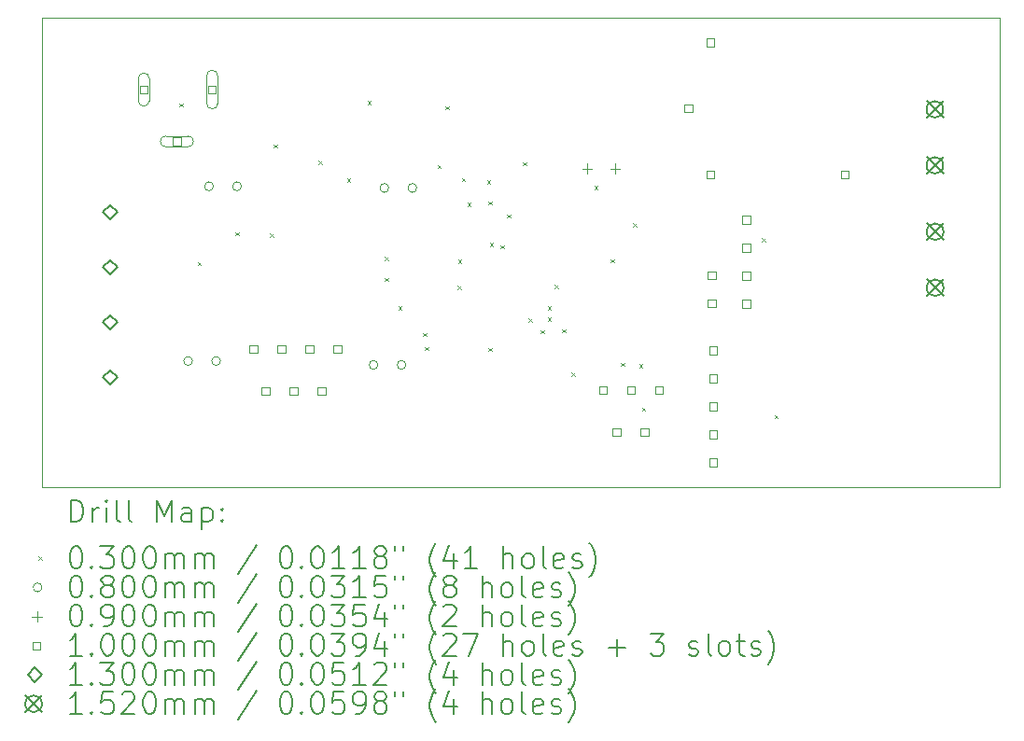
<source format=gbr>
%TF.GenerationSoftware,KiCad,Pcbnew,8.0.3*%
%TF.CreationDate,2024-10-20T16:04:08+03:00*%
%TF.ProjectId,SmartPot,536d6172-7450-46f7-942e-6b696361645f,rev?*%
%TF.SameCoordinates,Original*%
%TF.FileFunction,Drillmap*%
%TF.FilePolarity,Positive*%
%FSLAX45Y45*%
G04 Gerber Fmt 4.5, Leading zero omitted, Abs format (unit mm)*
G04 Created by KiCad (PCBNEW 8.0.3) date 2024-10-20 16:04:08*
%MOMM*%
%LPD*%
G01*
G04 APERTURE LIST*
%ADD10C,0.050000*%
%ADD11C,0.200000*%
%ADD12C,0.100000*%
%ADD13C,0.130000*%
%ADD14C,0.152000*%
G04 APERTURE END LIST*
D10*
X16773750Y-8342500D02*
X25456250Y-8342500D01*
X25456250Y-12602500D01*
X16773750Y-12602500D01*
X16773750Y-8342500D01*
D11*
D12*
X18017500Y-9117500D02*
X18047500Y-9147500D01*
X18047500Y-9117500D02*
X18017500Y-9147500D01*
X18182500Y-10557500D02*
X18212500Y-10587500D01*
X18212500Y-10557500D02*
X18182500Y-10587500D01*
X18527500Y-10287500D02*
X18557500Y-10317500D01*
X18557500Y-10287500D02*
X18527500Y-10317500D01*
X18840000Y-10300000D02*
X18870000Y-10330000D01*
X18870000Y-10300000D02*
X18840000Y-10330000D01*
X18875000Y-9490000D02*
X18905000Y-9520000D01*
X18905000Y-9490000D02*
X18875000Y-9520000D01*
X19277500Y-9637500D02*
X19307500Y-9667500D01*
X19307500Y-9637500D02*
X19277500Y-9667500D01*
X19537500Y-9797500D02*
X19567500Y-9827500D01*
X19567500Y-9797500D02*
X19537500Y-9827500D01*
X19725000Y-9095000D02*
X19755000Y-9125000D01*
X19755000Y-9095000D02*
X19725000Y-9125000D01*
X19879214Y-10701714D02*
X19909214Y-10731714D01*
X19909214Y-10701714D02*
X19879214Y-10731714D01*
X19882500Y-10512500D02*
X19912500Y-10542500D01*
X19912500Y-10512500D02*
X19882500Y-10542500D01*
X20002500Y-10957500D02*
X20032500Y-10987500D01*
X20032500Y-10957500D02*
X20002500Y-10987500D01*
X20230000Y-11202500D02*
X20260000Y-11232500D01*
X20260000Y-11202500D02*
X20230000Y-11232500D01*
X20242500Y-11327500D02*
X20272500Y-11357500D01*
X20272500Y-11327500D02*
X20242500Y-11357500D01*
X20357500Y-9677500D02*
X20387500Y-9707500D01*
X20387500Y-9677500D02*
X20357500Y-9707500D01*
X20430000Y-9145000D02*
X20460000Y-9175000D01*
X20460000Y-9145000D02*
X20430000Y-9175000D01*
X20540402Y-10771864D02*
X20570402Y-10801864D01*
X20570402Y-10771864D02*
X20540402Y-10801864D01*
X20545000Y-10535000D02*
X20575000Y-10565000D01*
X20575000Y-10535000D02*
X20545000Y-10565000D01*
X20580000Y-9795000D02*
X20610000Y-9825000D01*
X20610000Y-9795000D02*
X20580000Y-9825000D01*
X20629236Y-10019436D02*
X20659236Y-10049436D01*
X20659236Y-10019436D02*
X20629236Y-10049436D01*
X20807975Y-9817300D02*
X20837975Y-9847300D01*
X20837975Y-9817300D02*
X20807975Y-9847300D01*
X20820000Y-10007700D02*
X20850000Y-10037700D01*
X20850000Y-10007700D02*
X20820000Y-10037700D01*
X20822500Y-11335000D02*
X20852500Y-11365000D01*
X20852500Y-11335000D02*
X20822500Y-11365000D01*
X20834202Y-10385000D02*
X20864202Y-10415000D01*
X20864202Y-10385000D02*
X20834202Y-10415000D01*
X20930000Y-10406000D02*
X20960000Y-10436000D01*
X20960000Y-10406000D02*
X20930000Y-10436000D01*
X20988750Y-10123750D02*
X21018750Y-10153750D01*
X21018750Y-10123750D02*
X20988750Y-10153750D01*
X21132500Y-9650000D02*
X21162500Y-9680000D01*
X21162500Y-9650000D02*
X21132500Y-9680000D01*
X21185000Y-11067500D02*
X21215000Y-11097500D01*
X21215000Y-11067500D02*
X21185000Y-11097500D01*
X21295000Y-11175000D02*
X21325000Y-11205000D01*
X21325000Y-11175000D02*
X21295000Y-11205000D01*
X21357700Y-10958235D02*
X21387700Y-10988235D01*
X21387700Y-10958235D02*
X21357700Y-10988235D01*
X21357700Y-11062841D02*
X21387700Y-11092841D01*
X21387700Y-11062841D02*
X21357700Y-11092841D01*
X21422300Y-10764612D02*
X21452300Y-10794612D01*
X21452300Y-10764612D02*
X21422300Y-10794612D01*
X21487700Y-11165000D02*
X21517700Y-11195000D01*
X21517700Y-11165000D02*
X21487700Y-11195000D01*
X21572500Y-11562500D02*
X21602500Y-11592500D01*
X21602500Y-11562500D02*
X21572500Y-11592500D01*
X21781250Y-9868750D02*
X21811250Y-9898750D01*
X21811250Y-9868750D02*
X21781250Y-9898750D01*
X21927500Y-10532500D02*
X21957500Y-10562500D01*
X21957500Y-10532500D02*
X21927500Y-10562500D01*
X22022500Y-11473100D02*
X22052500Y-11503100D01*
X22052500Y-11473100D02*
X22022500Y-11503100D01*
X22132500Y-10205000D02*
X22162500Y-10235000D01*
X22162500Y-10205000D02*
X22132500Y-10235000D01*
X22187500Y-11485000D02*
X22217500Y-11515000D01*
X22217500Y-11485000D02*
X22187500Y-11515000D01*
X22212500Y-11877500D02*
X22242500Y-11907500D01*
X22242500Y-11877500D02*
X22212500Y-11907500D01*
X23300000Y-10342500D02*
X23330000Y-10372500D01*
X23330000Y-10342500D02*
X23300000Y-10372500D01*
X23415000Y-11945000D02*
X23445000Y-11975000D01*
X23445000Y-11945000D02*
X23415000Y-11975000D01*
X18136000Y-11455000D02*
G75*
G02*
X18056000Y-11455000I-40000J0D01*
G01*
X18056000Y-11455000D02*
G75*
G02*
X18136000Y-11455000I40000J0D01*
G01*
X18326000Y-9870000D02*
G75*
G02*
X18246000Y-9870000I-40000J0D01*
G01*
X18246000Y-9870000D02*
G75*
G02*
X18326000Y-9870000I40000J0D01*
G01*
X18390000Y-11455000D02*
G75*
G02*
X18310000Y-11455000I-40000J0D01*
G01*
X18310000Y-11455000D02*
G75*
G02*
X18390000Y-11455000I40000J0D01*
G01*
X18580000Y-9870000D02*
G75*
G02*
X18500000Y-9870000I-40000J0D01*
G01*
X18500000Y-9870000D02*
G75*
G02*
X18580000Y-9870000I40000J0D01*
G01*
X19818500Y-11490000D02*
G75*
G02*
X19738500Y-11490000I-40000J0D01*
G01*
X19738500Y-11490000D02*
G75*
G02*
X19818500Y-11490000I40000J0D01*
G01*
X19916000Y-9885000D02*
G75*
G02*
X19836000Y-9885000I-40000J0D01*
G01*
X19836000Y-9885000D02*
G75*
G02*
X19916000Y-9885000I40000J0D01*
G01*
X20072500Y-11490000D02*
G75*
G02*
X19992500Y-11490000I-40000J0D01*
G01*
X19992500Y-11490000D02*
G75*
G02*
X20072500Y-11490000I40000J0D01*
G01*
X20170000Y-9885000D02*
G75*
G02*
X20090000Y-9885000I-40000J0D01*
G01*
X20090000Y-9885000D02*
G75*
G02*
X20170000Y-9885000I40000J0D01*
G01*
X21716000Y-9665000D02*
X21716000Y-9755000D01*
X21671000Y-9710000D02*
X21761000Y-9710000D01*
X21970000Y-9665000D02*
X21970000Y-9755000D01*
X21925000Y-9710000D02*
X22015000Y-9710000D01*
X17730356Y-9027856D02*
X17730356Y-8957144D01*
X17659644Y-8957144D01*
X17659644Y-9027856D01*
X17730356Y-9027856D01*
X17645000Y-8892500D02*
X17645000Y-9092500D01*
X17745000Y-9092500D02*
G75*
G02*
X17645000Y-9092500I-50000J0D01*
G01*
X17745000Y-9092500D02*
X17745000Y-8892500D01*
X17745000Y-8892500D02*
G75*
G03*
X17645000Y-8892500I-50000J0D01*
G01*
X18030356Y-9497856D02*
X18030356Y-9427144D01*
X17959644Y-9427144D01*
X17959644Y-9497856D01*
X18030356Y-9497856D01*
X17895000Y-9512500D02*
X18095000Y-9512500D01*
X18095000Y-9412500D02*
G75*
G02*
X18095000Y-9512500I0J-50000D01*
G01*
X18095000Y-9412500D02*
X17895000Y-9412500D01*
X17895000Y-9412500D02*
G75*
G03*
X17895000Y-9512500I0J-50000D01*
G01*
X18350356Y-9027856D02*
X18350356Y-8957144D01*
X18279644Y-8957144D01*
X18279644Y-9027856D01*
X18350356Y-9027856D01*
X18265000Y-8867500D02*
X18265000Y-9117500D01*
X18365000Y-9117500D02*
G75*
G02*
X18265000Y-9117500I-50000J0D01*
G01*
X18365000Y-9117500D02*
X18365000Y-8867500D01*
X18365000Y-8867500D02*
G75*
G03*
X18265000Y-8867500I-50000J0D01*
G01*
X18723356Y-11382856D02*
X18723356Y-11312144D01*
X18652644Y-11312144D01*
X18652644Y-11382856D01*
X18723356Y-11382856D01*
X18835356Y-11762856D02*
X18835356Y-11692144D01*
X18764644Y-11692144D01*
X18764644Y-11762856D01*
X18835356Y-11762856D01*
X18977356Y-11382856D02*
X18977356Y-11312144D01*
X18906644Y-11312144D01*
X18906644Y-11382856D01*
X18977356Y-11382856D01*
X19089356Y-11762856D02*
X19089356Y-11692144D01*
X19018644Y-11692144D01*
X19018644Y-11762856D01*
X19089356Y-11762856D01*
X19231356Y-11382856D02*
X19231356Y-11312144D01*
X19160644Y-11312144D01*
X19160644Y-11382856D01*
X19231356Y-11382856D01*
X19343356Y-11762856D02*
X19343356Y-11692144D01*
X19272644Y-11692144D01*
X19272644Y-11762856D01*
X19343356Y-11762856D01*
X19485356Y-11382856D02*
X19485356Y-11312144D01*
X19414644Y-11312144D01*
X19414644Y-11382856D01*
X19485356Y-11382856D01*
X21892856Y-11755356D02*
X21892856Y-11684644D01*
X21822144Y-11684644D01*
X21822144Y-11755356D01*
X21892856Y-11755356D01*
X22018856Y-12135356D02*
X22018856Y-12064644D01*
X21948144Y-12064644D01*
X21948144Y-12135356D01*
X22018856Y-12135356D01*
X22146856Y-11755356D02*
X22146856Y-11684644D01*
X22076144Y-11684644D01*
X22076144Y-11755356D01*
X22146856Y-11755356D01*
X22272856Y-12135356D02*
X22272856Y-12064644D01*
X22202144Y-12064644D01*
X22202144Y-12135356D01*
X22272856Y-12135356D01*
X22400856Y-11755356D02*
X22400856Y-11684644D01*
X22330144Y-11684644D01*
X22330144Y-11755356D01*
X22400856Y-11755356D01*
X22670356Y-9200356D02*
X22670356Y-9129644D01*
X22599644Y-9129644D01*
X22599644Y-9200356D01*
X22670356Y-9200356D01*
X22870356Y-8600356D02*
X22870356Y-8529644D01*
X22799644Y-8529644D01*
X22799644Y-8600356D01*
X22870356Y-8600356D01*
X22870356Y-9800356D02*
X22870356Y-9729644D01*
X22799644Y-9729644D01*
X22799644Y-9800356D01*
X22870356Y-9800356D01*
X22882856Y-10713856D02*
X22882856Y-10643144D01*
X22812144Y-10643144D01*
X22812144Y-10713856D01*
X22882856Y-10713856D01*
X22882856Y-10967856D02*
X22882856Y-10897144D01*
X22812144Y-10897144D01*
X22812144Y-10967856D01*
X22882856Y-10967856D01*
X22895956Y-11395856D02*
X22895956Y-11325144D01*
X22825244Y-11325144D01*
X22825244Y-11395856D01*
X22895956Y-11395856D01*
X22895956Y-11649856D02*
X22895956Y-11579144D01*
X22825244Y-11579144D01*
X22825244Y-11649856D01*
X22895956Y-11649856D01*
X22895956Y-11903856D02*
X22895956Y-11833144D01*
X22825244Y-11833144D01*
X22825244Y-11903856D01*
X22895956Y-11903856D01*
X22895956Y-12157856D02*
X22895956Y-12087144D01*
X22825244Y-12087144D01*
X22825244Y-12157856D01*
X22895956Y-12157856D01*
X22895956Y-12411856D02*
X22895956Y-12341144D01*
X22825244Y-12341144D01*
X22825244Y-12411856D01*
X22895956Y-12411856D01*
X23195956Y-10210356D02*
X23195956Y-10139644D01*
X23125244Y-10139644D01*
X23125244Y-10210356D01*
X23195956Y-10210356D01*
X23195956Y-10464356D02*
X23195956Y-10393644D01*
X23125244Y-10393644D01*
X23125244Y-10464356D01*
X23195956Y-10464356D01*
X23195956Y-10718356D02*
X23195956Y-10647644D01*
X23125244Y-10647644D01*
X23125244Y-10718356D01*
X23195956Y-10718356D01*
X23195956Y-10972356D02*
X23195956Y-10901644D01*
X23125244Y-10901644D01*
X23125244Y-10972356D01*
X23195956Y-10972356D01*
X24090356Y-9800356D02*
X24090356Y-9729644D01*
X24019644Y-9729644D01*
X24019644Y-9800356D01*
X24090356Y-9800356D01*
D13*
X17390000Y-10170000D02*
X17455000Y-10105000D01*
X17390000Y-10040000D01*
X17325000Y-10105000D01*
X17390000Y-10170000D01*
X17390000Y-10670000D02*
X17455000Y-10605000D01*
X17390000Y-10540000D01*
X17325000Y-10605000D01*
X17390000Y-10670000D01*
X17390000Y-11170000D02*
X17455000Y-11105000D01*
X17390000Y-11040000D01*
X17325000Y-11105000D01*
X17390000Y-11170000D01*
X17390000Y-11670000D02*
X17455000Y-11605000D01*
X17390000Y-11540000D01*
X17325000Y-11605000D01*
X17390000Y-11670000D01*
D14*
X24794000Y-9096000D02*
X24946000Y-9248000D01*
X24946000Y-9096000D02*
X24794000Y-9248000D01*
X24946000Y-9172000D02*
G75*
G02*
X24794000Y-9172000I-76000J0D01*
G01*
X24794000Y-9172000D02*
G75*
G02*
X24946000Y-9172000I76000J0D01*
G01*
X24794000Y-9604000D02*
X24946000Y-9756000D01*
X24946000Y-9604000D02*
X24794000Y-9756000D01*
X24946000Y-9680000D02*
G75*
G02*
X24794000Y-9680000I-76000J0D01*
G01*
X24794000Y-9680000D02*
G75*
G02*
X24946000Y-9680000I76000J0D01*
G01*
X24796500Y-10206500D02*
X24948500Y-10358500D01*
X24948500Y-10206500D02*
X24796500Y-10358500D01*
X24948500Y-10282500D02*
G75*
G02*
X24796500Y-10282500I-76000J0D01*
G01*
X24796500Y-10282500D02*
G75*
G02*
X24948500Y-10282500I76000J0D01*
G01*
X24796500Y-10714500D02*
X24948500Y-10866500D01*
X24948500Y-10714500D02*
X24796500Y-10866500D01*
X24948500Y-10790500D02*
G75*
G02*
X24796500Y-10790500I-76000J0D01*
G01*
X24796500Y-10790500D02*
G75*
G02*
X24948500Y-10790500I76000J0D01*
G01*
D11*
X17032027Y-12916484D02*
X17032027Y-12716484D01*
X17032027Y-12716484D02*
X17079646Y-12716484D01*
X17079646Y-12716484D02*
X17108217Y-12726008D01*
X17108217Y-12726008D02*
X17127265Y-12745055D01*
X17127265Y-12745055D02*
X17136789Y-12764103D01*
X17136789Y-12764103D02*
X17146313Y-12802198D01*
X17146313Y-12802198D02*
X17146313Y-12830769D01*
X17146313Y-12830769D02*
X17136789Y-12868865D01*
X17136789Y-12868865D02*
X17127265Y-12887912D01*
X17127265Y-12887912D02*
X17108217Y-12906960D01*
X17108217Y-12906960D02*
X17079646Y-12916484D01*
X17079646Y-12916484D02*
X17032027Y-12916484D01*
X17232027Y-12916484D02*
X17232027Y-12783150D01*
X17232027Y-12821246D02*
X17241551Y-12802198D01*
X17241551Y-12802198D02*
X17251074Y-12792674D01*
X17251074Y-12792674D02*
X17270122Y-12783150D01*
X17270122Y-12783150D02*
X17289170Y-12783150D01*
X17355836Y-12916484D02*
X17355836Y-12783150D01*
X17355836Y-12716484D02*
X17346313Y-12726008D01*
X17346313Y-12726008D02*
X17355836Y-12735531D01*
X17355836Y-12735531D02*
X17365360Y-12726008D01*
X17365360Y-12726008D02*
X17355836Y-12716484D01*
X17355836Y-12716484D02*
X17355836Y-12735531D01*
X17479646Y-12916484D02*
X17460598Y-12906960D01*
X17460598Y-12906960D02*
X17451074Y-12887912D01*
X17451074Y-12887912D02*
X17451074Y-12716484D01*
X17584408Y-12916484D02*
X17565360Y-12906960D01*
X17565360Y-12906960D02*
X17555836Y-12887912D01*
X17555836Y-12887912D02*
X17555836Y-12716484D01*
X17812979Y-12916484D02*
X17812979Y-12716484D01*
X17812979Y-12716484D02*
X17879646Y-12859341D01*
X17879646Y-12859341D02*
X17946313Y-12716484D01*
X17946313Y-12716484D02*
X17946313Y-12916484D01*
X18127265Y-12916484D02*
X18127265Y-12811722D01*
X18127265Y-12811722D02*
X18117741Y-12792674D01*
X18117741Y-12792674D02*
X18098694Y-12783150D01*
X18098694Y-12783150D02*
X18060598Y-12783150D01*
X18060598Y-12783150D02*
X18041551Y-12792674D01*
X18127265Y-12906960D02*
X18108217Y-12916484D01*
X18108217Y-12916484D02*
X18060598Y-12916484D01*
X18060598Y-12916484D02*
X18041551Y-12906960D01*
X18041551Y-12906960D02*
X18032027Y-12887912D01*
X18032027Y-12887912D02*
X18032027Y-12868865D01*
X18032027Y-12868865D02*
X18041551Y-12849817D01*
X18041551Y-12849817D02*
X18060598Y-12840293D01*
X18060598Y-12840293D02*
X18108217Y-12840293D01*
X18108217Y-12840293D02*
X18127265Y-12830769D01*
X18222503Y-12783150D02*
X18222503Y-12983150D01*
X18222503Y-12792674D02*
X18241551Y-12783150D01*
X18241551Y-12783150D02*
X18279646Y-12783150D01*
X18279646Y-12783150D02*
X18298694Y-12792674D01*
X18298694Y-12792674D02*
X18308217Y-12802198D01*
X18308217Y-12802198D02*
X18317741Y-12821246D01*
X18317741Y-12821246D02*
X18317741Y-12878388D01*
X18317741Y-12878388D02*
X18308217Y-12897436D01*
X18308217Y-12897436D02*
X18298694Y-12906960D01*
X18298694Y-12906960D02*
X18279646Y-12916484D01*
X18279646Y-12916484D02*
X18241551Y-12916484D01*
X18241551Y-12916484D02*
X18222503Y-12906960D01*
X18403455Y-12897436D02*
X18412979Y-12906960D01*
X18412979Y-12906960D02*
X18403455Y-12916484D01*
X18403455Y-12916484D02*
X18393932Y-12906960D01*
X18393932Y-12906960D02*
X18403455Y-12897436D01*
X18403455Y-12897436D02*
X18403455Y-12916484D01*
X18403455Y-12792674D02*
X18412979Y-12802198D01*
X18412979Y-12802198D02*
X18403455Y-12811722D01*
X18403455Y-12811722D02*
X18393932Y-12802198D01*
X18393932Y-12802198D02*
X18403455Y-12792674D01*
X18403455Y-12792674D02*
X18403455Y-12811722D01*
D12*
X16741250Y-13230000D02*
X16771250Y-13260000D01*
X16771250Y-13230000D02*
X16741250Y-13260000D01*
D11*
X17070122Y-13136484D02*
X17089170Y-13136484D01*
X17089170Y-13136484D02*
X17108217Y-13146008D01*
X17108217Y-13146008D02*
X17117741Y-13155531D01*
X17117741Y-13155531D02*
X17127265Y-13174579D01*
X17127265Y-13174579D02*
X17136789Y-13212674D01*
X17136789Y-13212674D02*
X17136789Y-13260293D01*
X17136789Y-13260293D02*
X17127265Y-13298388D01*
X17127265Y-13298388D02*
X17117741Y-13317436D01*
X17117741Y-13317436D02*
X17108217Y-13326960D01*
X17108217Y-13326960D02*
X17089170Y-13336484D01*
X17089170Y-13336484D02*
X17070122Y-13336484D01*
X17070122Y-13336484D02*
X17051074Y-13326960D01*
X17051074Y-13326960D02*
X17041551Y-13317436D01*
X17041551Y-13317436D02*
X17032027Y-13298388D01*
X17032027Y-13298388D02*
X17022503Y-13260293D01*
X17022503Y-13260293D02*
X17022503Y-13212674D01*
X17022503Y-13212674D02*
X17032027Y-13174579D01*
X17032027Y-13174579D02*
X17041551Y-13155531D01*
X17041551Y-13155531D02*
X17051074Y-13146008D01*
X17051074Y-13146008D02*
X17070122Y-13136484D01*
X17222503Y-13317436D02*
X17232027Y-13326960D01*
X17232027Y-13326960D02*
X17222503Y-13336484D01*
X17222503Y-13336484D02*
X17212979Y-13326960D01*
X17212979Y-13326960D02*
X17222503Y-13317436D01*
X17222503Y-13317436D02*
X17222503Y-13336484D01*
X17298694Y-13136484D02*
X17422503Y-13136484D01*
X17422503Y-13136484D02*
X17355836Y-13212674D01*
X17355836Y-13212674D02*
X17384408Y-13212674D01*
X17384408Y-13212674D02*
X17403455Y-13222198D01*
X17403455Y-13222198D02*
X17412979Y-13231722D01*
X17412979Y-13231722D02*
X17422503Y-13250769D01*
X17422503Y-13250769D02*
X17422503Y-13298388D01*
X17422503Y-13298388D02*
X17412979Y-13317436D01*
X17412979Y-13317436D02*
X17403455Y-13326960D01*
X17403455Y-13326960D02*
X17384408Y-13336484D01*
X17384408Y-13336484D02*
X17327265Y-13336484D01*
X17327265Y-13336484D02*
X17308217Y-13326960D01*
X17308217Y-13326960D02*
X17298694Y-13317436D01*
X17546313Y-13136484D02*
X17565360Y-13136484D01*
X17565360Y-13136484D02*
X17584408Y-13146008D01*
X17584408Y-13146008D02*
X17593932Y-13155531D01*
X17593932Y-13155531D02*
X17603455Y-13174579D01*
X17603455Y-13174579D02*
X17612979Y-13212674D01*
X17612979Y-13212674D02*
X17612979Y-13260293D01*
X17612979Y-13260293D02*
X17603455Y-13298388D01*
X17603455Y-13298388D02*
X17593932Y-13317436D01*
X17593932Y-13317436D02*
X17584408Y-13326960D01*
X17584408Y-13326960D02*
X17565360Y-13336484D01*
X17565360Y-13336484D02*
X17546313Y-13336484D01*
X17546313Y-13336484D02*
X17527265Y-13326960D01*
X17527265Y-13326960D02*
X17517741Y-13317436D01*
X17517741Y-13317436D02*
X17508217Y-13298388D01*
X17508217Y-13298388D02*
X17498694Y-13260293D01*
X17498694Y-13260293D02*
X17498694Y-13212674D01*
X17498694Y-13212674D02*
X17508217Y-13174579D01*
X17508217Y-13174579D02*
X17517741Y-13155531D01*
X17517741Y-13155531D02*
X17527265Y-13146008D01*
X17527265Y-13146008D02*
X17546313Y-13136484D01*
X17736789Y-13136484D02*
X17755836Y-13136484D01*
X17755836Y-13136484D02*
X17774884Y-13146008D01*
X17774884Y-13146008D02*
X17784408Y-13155531D01*
X17784408Y-13155531D02*
X17793932Y-13174579D01*
X17793932Y-13174579D02*
X17803455Y-13212674D01*
X17803455Y-13212674D02*
X17803455Y-13260293D01*
X17803455Y-13260293D02*
X17793932Y-13298388D01*
X17793932Y-13298388D02*
X17784408Y-13317436D01*
X17784408Y-13317436D02*
X17774884Y-13326960D01*
X17774884Y-13326960D02*
X17755836Y-13336484D01*
X17755836Y-13336484D02*
X17736789Y-13336484D01*
X17736789Y-13336484D02*
X17717741Y-13326960D01*
X17717741Y-13326960D02*
X17708217Y-13317436D01*
X17708217Y-13317436D02*
X17698694Y-13298388D01*
X17698694Y-13298388D02*
X17689170Y-13260293D01*
X17689170Y-13260293D02*
X17689170Y-13212674D01*
X17689170Y-13212674D02*
X17698694Y-13174579D01*
X17698694Y-13174579D02*
X17708217Y-13155531D01*
X17708217Y-13155531D02*
X17717741Y-13146008D01*
X17717741Y-13146008D02*
X17736789Y-13136484D01*
X17889170Y-13336484D02*
X17889170Y-13203150D01*
X17889170Y-13222198D02*
X17898694Y-13212674D01*
X17898694Y-13212674D02*
X17917741Y-13203150D01*
X17917741Y-13203150D02*
X17946313Y-13203150D01*
X17946313Y-13203150D02*
X17965360Y-13212674D01*
X17965360Y-13212674D02*
X17974884Y-13231722D01*
X17974884Y-13231722D02*
X17974884Y-13336484D01*
X17974884Y-13231722D02*
X17984408Y-13212674D01*
X17984408Y-13212674D02*
X18003455Y-13203150D01*
X18003455Y-13203150D02*
X18032027Y-13203150D01*
X18032027Y-13203150D02*
X18051075Y-13212674D01*
X18051075Y-13212674D02*
X18060598Y-13231722D01*
X18060598Y-13231722D02*
X18060598Y-13336484D01*
X18155836Y-13336484D02*
X18155836Y-13203150D01*
X18155836Y-13222198D02*
X18165360Y-13212674D01*
X18165360Y-13212674D02*
X18184408Y-13203150D01*
X18184408Y-13203150D02*
X18212979Y-13203150D01*
X18212979Y-13203150D02*
X18232027Y-13212674D01*
X18232027Y-13212674D02*
X18241551Y-13231722D01*
X18241551Y-13231722D02*
X18241551Y-13336484D01*
X18241551Y-13231722D02*
X18251075Y-13212674D01*
X18251075Y-13212674D02*
X18270122Y-13203150D01*
X18270122Y-13203150D02*
X18298694Y-13203150D01*
X18298694Y-13203150D02*
X18317741Y-13212674D01*
X18317741Y-13212674D02*
X18327265Y-13231722D01*
X18327265Y-13231722D02*
X18327265Y-13336484D01*
X18717741Y-13126960D02*
X18546313Y-13384103D01*
X18974884Y-13136484D02*
X18993932Y-13136484D01*
X18993932Y-13136484D02*
X19012979Y-13146008D01*
X19012979Y-13146008D02*
X19022503Y-13155531D01*
X19022503Y-13155531D02*
X19032027Y-13174579D01*
X19032027Y-13174579D02*
X19041551Y-13212674D01*
X19041551Y-13212674D02*
X19041551Y-13260293D01*
X19041551Y-13260293D02*
X19032027Y-13298388D01*
X19032027Y-13298388D02*
X19022503Y-13317436D01*
X19022503Y-13317436D02*
X19012979Y-13326960D01*
X19012979Y-13326960D02*
X18993932Y-13336484D01*
X18993932Y-13336484D02*
X18974884Y-13336484D01*
X18974884Y-13336484D02*
X18955837Y-13326960D01*
X18955837Y-13326960D02*
X18946313Y-13317436D01*
X18946313Y-13317436D02*
X18936789Y-13298388D01*
X18936789Y-13298388D02*
X18927265Y-13260293D01*
X18927265Y-13260293D02*
X18927265Y-13212674D01*
X18927265Y-13212674D02*
X18936789Y-13174579D01*
X18936789Y-13174579D02*
X18946313Y-13155531D01*
X18946313Y-13155531D02*
X18955837Y-13146008D01*
X18955837Y-13146008D02*
X18974884Y-13136484D01*
X19127265Y-13317436D02*
X19136789Y-13326960D01*
X19136789Y-13326960D02*
X19127265Y-13336484D01*
X19127265Y-13336484D02*
X19117741Y-13326960D01*
X19117741Y-13326960D02*
X19127265Y-13317436D01*
X19127265Y-13317436D02*
X19127265Y-13336484D01*
X19260598Y-13136484D02*
X19279646Y-13136484D01*
X19279646Y-13136484D02*
X19298694Y-13146008D01*
X19298694Y-13146008D02*
X19308218Y-13155531D01*
X19308218Y-13155531D02*
X19317741Y-13174579D01*
X19317741Y-13174579D02*
X19327265Y-13212674D01*
X19327265Y-13212674D02*
X19327265Y-13260293D01*
X19327265Y-13260293D02*
X19317741Y-13298388D01*
X19317741Y-13298388D02*
X19308218Y-13317436D01*
X19308218Y-13317436D02*
X19298694Y-13326960D01*
X19298694Y-13326960D02*
X19279646Y-13336484D01*
X19279646Y-13336484D02*
X19260598Y-13336484D01*
X19260598Y-13336484D02*
X19241551Y-13326960D01*
X19241551Y-13326960D02*
X19232027Y-13317436D01*
X19232027Y-13317436D02*
X19222503Y-13298388D01*
X19222503Y-13298388D02*
X19212979Y-13260293D01*
X19212979Y-13260293D02*
X19212979Y-13212674D01*
X19212979Y-13212674D02*
X19222503Y-13174579D01*
X19222503Y-13174579D02*
X19232027Y-13155531D01*
X19232027Y-13155531D02*
X19241551Y-13146008D01*
X19241551Y-13146008D02*
X19260598Y-13136484D01*
X19517741Y-13336484D02*
X19403456Y-13336484D01*
X19460598Y-13336484D02*
X19460598Y-13136484D01*
X19460598Y-13136484D02*
X19441551Y-13165055D01*
X19441551Y-13165055D02*
X19422503Y-13184103D01*
X19422503Y-13184103D02*
X19403456Y-13193627D01*
X19708218Y-13336484D02*
X19593932Y-13336484D01*
X19651075Y-13336484D02*
X19651075Y-13136484D01*
X19651075Y-13136484D02*
X19632027Y-13165055D01*
X19632027Y-13165055D02*
X19612979Y-13184103D01*
X19612979Y-13184103D02*
X19593932Y-13193627D01*
X19822503Y-13222198D02*
X19803456Y-13212674D01*
X19803456Y-13212674D02*
X19793932Y-13203150D01*
X19793932Y-13203150D02*
X19784408Y-13184103D01*
X19784408Y-13184103D02*
X19784408Y-13174579D01*
X19784408Y-13174579D02*
X19793932Y-13155531D01*
X19793932Y-13155531D02*
X19803456Y-13146008D01*
X19803456Y-13146008D02*
X19822503Y-13136484D01*
X19822503Y-13136484D02*
X19860599Y-13136484D01*
X19860599Y-13136484D02*
X19879646Y-13146008D01*
X19879646Y-13146008D02*
X19889170Y-13155531D01*
X19889170Y-13155531D02*
X19898694Y-13174579D01*
X19898694Y-13174579D02*
X19898694Y-13184103D01*
X19898694Y-13184103D02*
X19889170Y-13203150D01*
X19889170Y-13203150D02*
X19879646Y-13212674D01*
X19879646Y-13212674D02*
X19860599Y-13222198D01*
X19860599Y-13222198D02*
X19822503Y-13222198D01*
X19822503Y-13222198D02*
X19803456Y-13231722D01*
X19803456Y-13231722D02*
X19793932Y-13241246D01*
X19793932Y-13241246D02*
X19784408Y-13260293D01*
X19784408Y-13260293D02*
X19784408Y-13298388D01*
X19784408Y-13298388D02*
X19793932Y-13317436D01*
X19793932Y-13317436D02*
X19803456Y-13326960D01*
X19803456Y-13326960D02*
X19822503Y-13336484D01*
X19822503Y-13336484D02*
X19860599Y-13336484D01*
X19860599Y-13336484D02*
X19879646Y-13326960D01*
X19879646Y-13326960D02*
X19889170Y-13317436D01*
X19889170Y-13317436D02*
X19898694Y-13298388D01*
X19898694Y-13298388D02*
X19898694Y-13260293D01*
X19898694Y-13260293D02*
X19889170Y-13241246D01*
X19889170Y-13241246D02*
X19879646Y-13231722D01*
X19879646Y-13231722D02*
X19860599Y-13222198D01*
X19974884Y-13136484D02*
X19974884Y-13174579D01*
X20051075Y-13136484D02*
X20051075Y-13174579D01*
X20346313Y-13412674D02*
X20336789Y-13403150D01*
X20336789Y-13403150D02*
X20317741Y-13374579D01*
X20317741Y-13374579D02*
X20308218Y-13355531D01*
X20308218Y-13355531D02*
X20298694Y-13326960D01*
X20298694Y-13326960D02*
X20289170Y-13279341D01*
X20289170Y-13279341D02*
X20289170Y-13241246D01*
X20289170Y-13241246D02*
X20298694Y-13193627D01*
X20298694Y-13193627D02*
X20308218Y-13165055D01*
X20308218Y-13165055D02*
X20317741Y-13146008D01*
X20317741Y-13146008D02*
X20336789Y-13117436D01*
X20336789Y-13117436D02*
X20346313Y-13107912D01*
X20508218Y-13203150D02*
X20508218Y-13336484D01*
X20460599Y-13126960D02*
X20412980Y-13269817D01*
X20412980Y-13269817D02*
X20536789Y-13269817D01*
X20717741Y-13336484D02*
X20603456Y-13336484D01*
X20660599Y-13336484D02*
X20660599Y-13136484D01*
X20660599Y-13136484D02*
X20641551Y-13165055D01*
X20641551Y-13165055D02*
X20622503Y-13184103D01*
X20622503Y-13184103D02*
X20603456Y-13193627D01*
X20955837Y-13336484D02*
X20955837Y-13136484D01*
X21041551Y-13336484D02*
X21041551Y-13231722D01*
X21041551Y-13231722D02*
X21032027Y-13212674D01*
X21032027Y-13212674D02*
X21012980Y-13203150D01*
X21012980Y-13203150D02*
X20984408Y-13203150D01*
X20984408Y-13203150D02*
X20965361Y-13212674D01*
X20965361Y-13212674D02*
X20955837Y-13222198D01*
X21165361Y-13336484D02*
X21146313Y-13326960D01*
X21146313Y-13326960D02*
X21136789Y-13317436D01*
X21136789Y-13317436D02*
X21127265Y-13298388D01*
X21127265Y-13298388D02*
X21127265Y-13241246D01*
X21127265Y-13241246D02*
X21136789Y-13222198D01*
X21136789Y-13222198D02*
X21146313Y-13212674D01*
X21146313Y-13212674D02*
X21165361Y-13203150D01*
X21165361Y-13203150D02*
X21193932Y-13203150D01*
X21193932Y-13203150D02*
X21212980Y-13212674D01*
X21212980Y-13212674D02*
X21222503Y-13222198D01*
X21222503Y-13222198D02*
X21232027Y-13241246D01*
X21232027Y-13241246D02*
X21232027Y-13298388D01*
X21232027Y-13298388D02*
X21222503Y-13317436D01*
X21222503Y-13317436D02*
X21212980Y-13326960D01*
X21212980Y-13326960D02*
X21193932Y-13336484D01*
X21193932Y-13336484D02*
X21165361Y-13336484D01*
X21346313Y-13336484D02*
X21327265Y-13326960D01*
X21327265Y-13326960D02*
X21317742Y-13307912D01*
X21317742Y-13307912D02*
X21317742Y-13136484D01*
X21498694Y-13326960D02*
X21479646Y-13336484D01*
X21479646Y-13336484D02*
X21441551Y-13336484D01*
X21441551Y-13336484D02*
X21422503Y-13326960D01*
X21422503Y-13326960D02*
X21412980Y-13307912D01*
X21412980Y-13307912D02*
X21412980Y-13231722D01*
X21412980Y-13231722D02*
X21422503Y-13212674D01*
X21422503Y-13212674D02*
X21441551Y-13203150D01*
X21441551Y-13203150D02*
X21479646Y-13203150D01*
X21479646Y-13203150D02*
X21498694Y-13212674D01*
X21498694Y-13212674D02*
X21508218Y-13231722D01*
X21508218Y-13231722D02*
X21508218Y-13250769D01*
X21508218Y-13250769D02*
X21412980Y-13269817D01*
X21584408Y-13326960D02*
X21603456Y-13336484D01*
X21603456Y-13336484D02*
X21641551Y-13336484D01*
X21641551Y-13336484D02*
X21660599Y-13326960D01*
X21660599Y-13326960D02*
X21670123Y-13307912D01*
X21670123Y-13307912D02*
X21670123Y-13298388D01*
X21670123Y-13298388D02*
X21660599Y-13279341D01*
X21660599Y-13279341D02*
X21641551Y-13269817D01*
X21641551Y-13269817D02*
X21612980Y-13269817D01*
X21612980Y-13269817D02*
X21593932Y-13260293D01*
X21593932Y-13260293D02*
X21584408Y-13241246D01*
X21584408Y-13241246D02*
X21584408Y-13231722D01*
X21584408Y-13231722D02*
X21593932Y-13212674D01*
X21593932Y-13212674D02*
X21612980Y-13203150D01*
X21612980Y-13203150D02*
X21641551Y-13203150D01*
X21641551Y-13203150D02*
X21660599Y-13212674D01*
X21736789Y-13412674D02*
X21746313Y-13403150D01*
X21746313Y-13403150D02*
X21765361Y-13374579D01*
X21765361Y-13374579D02*
X21774884Y-13355531D01*
X21774884Y-13355531D02*
X21784408Y-13326960D01*
X21784408Y-13326960D02*
X21793932Y-13279341D01*
X21793932Y-13279341D02*
X21793932Y-13241246D01*
X21793932Y-13241246D02*
X21784408Y-13193627D01*
X21784408Y-13193627D02*
X21774884Y-13165055D01*
X21774884Y-13165055D02*
X21765361Y-13146008D01*
X21765361Y-13146008D02*
X21746313Y-13117436D01*
X21746313Y-13117436D02*
X21736789Y-13107912D01*
D12*
X16771250Y-13509000D02*
G75*
G02*
X16691250Y-13509000I-40000J0D01*
G01*
X16691250Y-13509000D02*
G75*
G02*
X16771250Y-13509000I40000J0D01*
G01*
D11*
X17070122Y-13400484D02*
X17089170Y-13400484D01*
X17089170Y-13400484D02*
X17108217Y-13410008D01*
X17108217Y-13410008D02*
X17117741Y-13419531D01*
X17117741Y-13419531D02*
X17127265Y-13438579D01*
X17127265Y-13438579D02*
X17136789Y-13476674D01*
X17136789Y-13476674D02*
X17136789Y-13524293D01*
X17136789Y-13524293D02*
X17127265Y-13562388D01*
X17127265Y-13562388D02*
X17117741Y-13581436D01*
X17117741Y-13581436D02*
X17108217Y-13590960D01*
X17108217Y-13590960D02*
X17089170Y-13600484D01*
X17089170Y-13600484D02*
X17070122Y-13600484D01*
X17070122Y-13600484D02*
X17051074Y-13590960D01*
X17051074Y-13590960D02*
X17041551Y-13581436D01*
X17041551Y-13581436D02*
X17032027Y-13562388D01*
X17032027Y-13562388D02*
X17022503Y-13524293D01*
X17022503Y-13524293D02*
X17022503Y-13476674D01*
X17022503Y-13476674D02*
X17032027Y-13438579D01*
X17032027Y-13438579D02*
X17041551Y-13419531D01*
X17041551Y-13419531D02*
X17051074Y-13410008D01*
X17051074Y-13410008D02*
X17070122Y-13400484D01*
X17222503Y-13581436D02*
X17232027Y-13590960D01*
X17232027Y-13590960D02*
X17222503Y-13600484D01*
X17222503Y-13600484D02*
X17212979Y-13590960D01*
X17212979Y-13590960D02*
X17222503Y-13581436D01*
X17222503Y-13581436D02*
X17222503Y-13600484D01*
X17346313Y-13486198D02*
X17327265Y-13476674D01*
X17327265Y-13476674D02*
X17317741Y-13467150D01*
X17317741Y-13467150D02*
X17308217Y-13448103D01*
X17308217Y-13448103D02*
X17308217Y-13438579D01*
X17308217Y-13438579D02*
X17317741Y-13419531D01*
X17317741Y-13419531D02*
X17327265Y-13410008D01*
X17327265Y-13410008D02*
X17346313Y-13400484D01*
X17346313Y-13400484D02*
X17384408Y-13400484D01*
X17384408Y-13400484D02*
X17403455Y-13410008D01*
X17403455Y-13410008D02*
X17412979Y-13419531D01*
X17412979Y-13419531D02*
X17422503Y-13438579D01*
X17422503Y-13438579D02*
X17422503Y-13448103D01*
X17422503Y-13448103D02*
X17412979Y-13467150D01*
X17412979Y-13467150D02*
X17403455Y-13476674D01*
X17403455Y-13476674D02*
X17384408Y-13486198D01*
X17384408Y-13486198D02*
X17346313Y-13486198D01*
X17346313Y-13486198D02*
X17327265Y-13495722D01*
X17327265Y-13495722D02*
X17317741Y-13505246D01*
X17317741Y-13505246D02*
X17308217Y-13524293D01*
X17308217Y-13524293D02*
X17308217Y-13562388D01*
X17308217Y-13562388D02*
X17317741Y-13581436D01*
X17317741Y-13581436D02*
X17327265Y-13590960D01*
X17327265Y-13590960D02*
X17346313Y-13600484D01*
X17346313Y-13600484D02*
X17384408Y-13600484D01*
X17384408Y-13600484D02*
X17403455Y-13590960D01*
X17403455Y-13590960D02*
X17412979Y-13581436D01*
X17412979Y-13581436D02*
X17422503Y-13562388D01*
X17422503Y-13562388D02*
X17422503Y-13524293D01*
X17422503Y-13524293D02*
X17412979Y-13505246D01*
X17412979Y-13505246D02*
X17403455Y-13495722D01*
X17403455Y-13495722D02*
X17384408Y-13486198D01*
X17546313Y-13400484D02*
X17565360Y-13400484D01*
X17565360Y-13400484D02*
X17584408Y-13410008D01*
X17584408Y-13410008D02*
X17593932Y-13419531D01*
X17593932Y-13419531D02*
X17603455Y-13438579D01*
X17603455Y-13438579D02*
X17612979Y-13476674D01*
X17612979Y-13476674D02*
X17612979Y-13524293D01*
X17612979Y-13524293D02*
X17603455Y-13562388D01*
X17603455Y-13562388D02*
X17593932Y-13581436D01*
X17593932Y-13581436D02*
X17584408Y-13590960D01*
X17584408Y-13590960D02*
X17565360Y-13600484D01*
X17565360Y-13600484D02*
X17546313Y-13600484D01*
X17546313Y-13600484D02*
X17527265Y-13590960D01*
X17527265Y-13590960D02*
X17517741Y-13581436D01*
X17517741Y-13581436D02*
X17508217Y-13562388D01*
X17508217Y-13562388D02*
X17498694Y-13524293D01*
X17498694Y-13524293D02*
X17498694Y-13476674D01*
X17498694Y-13476674D02*
X17508217Y-13438579D01*
X17508217Y-13438579D02*
X17517741Y-13419531D01*
X17517741Y-13419531D02*
X17527265Y-13410008D01*
X17527265Y-13410008D02*
X17546313Y-13400484D01*
X17736789Y-13400484D02*
X17755836Y-13400484D01*
X17755836Y-13400484D02*
X17774884Y-13410008D01*
X17774884Y-13410008D02*
X17784408Y-13419531D01*
X17784408Y-13419531D02*
X17793932Y-13438579D01*
X17793932Y-13438579D02*
X17803455Y-13476674D01*
X17803455Y-13476674D02*
X17803455Y-13524293D01*
X17803455Y-13524293D02*
X17793932Y-13562388D01*
X17793932Y-13562388D02*
X17784408Y-13581436D01*
X17784408Y-13581436D02*
X17774884Y-13590960D01*
X17774884Y-13590960D02*
X17755836Y-13600484D01*
X17755836Y-13600484D02*
X17736789Y-13600484D01*
X17736789Y-13600484D02*
X17717741Y-13590960D01*
X17717741Y-13590960D02*
X17708217Y-13581436D01*
X17708217Y-13581436D02*
X17698694Y-13562388D01*
X17698694Y-13562388D02*
X17689170Y-13524293D01*
X17689170Y-13524293D02*
X17689170Y-13476674D01*
X17689170Y-13476674D02*
X17698694Y-13438579D01*
X17698694Y-13438579D02*
X17708217Y-13419531D01*
X17708217Y-13419531D02*
X17717741Y-13410008D01*
X17717741Y-13410008D02*
X17736789Y-13400484D01*
X17889170Y-13600484D02*
X17889170Y-13467150D01*
X17889170Y-13486198D02*
X17898694Y-13476674D01*
X17898694Y-13476674D02*
X17917741Y-13467150D01*
X17917741Y-13467150D02*
X17946313Y-13467150D01*
X17946313Y-13467150D02*
X17965360Y-13476674D01*
X17965360Y-13476674D02*
X17974884Y-13495722D01*
X17974884Y-13495722D02*
X17974884Y-13600484D01*
X17974884Y-13495722D02*
X17984408Y-13476674D01*
X17984408Y-13476674D02*
X18003455Y-13467150D01*
X18003455Y-13467150D02*
X18032027Y-13467150D01*
X18032027Y-13467150D02*
X18051075Y-13476674D01*
X18051075Y-13476674D02*
X18060598Y-13495722D01*
X18060598Y-13495722D02*
X18060598Y-13600484D01*
X18155836Y-13600484D02*
X18155836Y-13467150D01*
X18155836Y-13486198D02*
X18165360Y-13476674D01*
X18165360Y-13476674D02*
X18184408Y-13467150D01*
X18184408Y-13467150D02*
X18212979Y-13467150D01*
X18212979Y-13467150D02*
X18232027Y-13476674D01*
X18232027Y-13476674D02*
X18241551Y-13495722D01*
X18241551Y-13495722D02*
X18241551Y-13600484D01*
X18241551Y-13495722D02*
X18251075Y-13476674D01*
X18251075Y-13476674D02*
X18270122Y-13467150D01*
X18270122Y-13467150D02*
X18298694Y-13467150D01*
X18298694Y-13467150D02*
X18317741Y-13476674D01*
X18317741Y-13476674D02*
X18327265Y-13495722D01*
X18327265Y-13495722D02*
X18327265Y-13600484D01*
X18717741Y-13390960D02*
X18546313Y-13648103D01*
X18974884Y-13400484D02*
X18993932Y-13400484D01*
X18993932Y-13400484D02*
X19012979Y-13410008D01*
X19012979Y-13410008D02*
X19022503Y-13419531D01*
X19022503Y-13419531D02*
X19032027Y-13438579D01*
X19032027Y-13438579D02*
X19041551Y-13476674D01*
X19041551Y-13476674D02*
X19041551Y-13524293D01*
X19041551Y-13524293D02*
X19032027Y-13562388D01*
X19032027Y-13562388D02*
X19022503Y-13581436D01*
X19022503Y-13581436D02*
X19012979Y-13590960D01*
X19012979Y-13590960D02*
X18993932Y-13600484D01*
X18993932Y-13600484D02*
X18974884Y-13600484D01*
X18974884Y-13600484D02*
X18955837Y-13590960D01*
X18955837Y-13590960D02*
X18946313Y-13581436D01*
X18946313Y-13581436D02*
X18936789Y-13562388D01*
X18936789Y-13562388D02*
X18927265Y-13524293D01*
X18927265Y-13524293D02*
X18927265Y-13476674D01*
X18927265Y-13476674D02*
X18936789Y-13438579D01*
X18936789Y-13438579D02*
X18946313Y-13419531D01*
X18946313Y-13419531D02*
X18955837Y-13410008D01*
X18955837Y-13410008D02*
X18974884Y-13400484D01*
X19127265Y-13581436D02*
X19136789Y-13590960D01*
X19136789Y-13590960D02*
X19127265Y-13600484D01*
X19127265Y-13600484D02*
X19117741Y-13590960D01*
X19117741Y-13590960D02*
X19127265Y-13581436D01*
X19127265Y-13581436D02*
X19127265Y-13600484D01*
X19260598Y-13400484D02*
X19279646Y-13400484D01*
X19279646Y-13400484D02*
X19298694Y-13410008D01*
X19298694Y-13410008D02*
X19308218Y-13419531D01*
X19308218Y-13419531D02*
X19317741Y-13438579D01*
X19317741Y-13438579D02*
X19327265Y-13476674D01*
X19327265Y-13476674D02*
X19327265Y-13524293D01*
X19327265Y-13524293D02*
X19317741Y-13562388D01*
X19317741Y-13562388D02*
X19308218Y-13581436D01*
X19308218Y-13581436D02*
X19298694Y-13590960D01*
X19298694Y-13590960D02*
X19279646Y-13600484D01*
X19279646Y-13600484D02*
X19260598Y-13600484D01*
X19260598Y-13600484D02*
X19241551Y-13590960D01*
X19241551Y-13590960D02*
X19232027Y-13581436D01*
X19232027Y-13581436D02*
X19222503Y-13562388D01*
X19222503Y-13562388D02*
X19212979Y-13524293D01*
X19212979Y-13524293D02*
X19212979Y-13476674D01*
X19212979Y-13476674D02*
X19222503Y-13438579D01*
X19222503Y-13438579D02*
X19232027Y-13419531D01*
X19232027Y-13419531D02*
X19241551Y-13410008D01*
X19241551Y-13410008D02*
X19260598Y-13400484D01*
X19393932Y-13400484D02*
X19517741Y-13400484D01*
X19517741Y-13400484D02*
X19451075Y-13476674D01*
X19451075Y-13476674D02*
X19479646Y-13476674D01*
X19479646Y-13476674D02*
X19498694Y-13486198D01*
X19498694Y-13486198D02*
X19508218Y-13495722D01*
X19508218Y-13495722D02*
X19517741Y-13514769D01*
X19517741Y-13514769D02*
X19517741Y-13562388D01*
X19517741Y-13562388D02*
X19508218Y-13581436D01*
X19508218Y-13581436D02*
X19498694Y-13590960D01*
X19498694Y-13590960D02*
X19479646Y-13600484D01*
X19479646Y-13600484D02*
X19422503Y-13600484D01*
X19422503Y-13600484D02*
X19403456Y-13590960D01*
X19403456Y-13590960D02*
X19393932Y-13581436D01*
X19708218Y-13600484D02*
X19593932Y-13600484D01*
X19651075Y-13600484D02*
X19651075Y-13400484D01*
X19651075Y-13400484D02*
X19632027Y-13429055D01*
X19632027Y-13429055D02*
X19612979Y-13448103D01*
X19612979Y-13448103D02*
X19593932Y-13457627D01*
X19889170Y-13400484D02*
X19793932Y-13400484D01*
X19793932Y-13400484D02*
X19784408Y-13495722D01*
X19784408Y-13495722D02*
X19793932Y-13486198D01*
X19793932Y-13486198D02*
X19812979Y-13476674D01*
X19812979Y-13476674D02*
X19860599Y-13476674D01*
X19860599Y-13476674D02*
X19879646Y-13486198D01*
X19879646Y-13486198D02*
X19889170Y-13495722D01*
X19889170Y-13495722D02*
X19898694Y-13514769D01*
X19898694Y-13514769D02*
X19898694Y-13562388D01*
X19898694Y-13562388D02*
X19889170Y-13581436D01*
X19889170Y-13581436D02*
X19879646Y-13590960D01*
X19879646Y-13590960D02*
X19860599Y-13600484D01*
X19860599Y-13600484D02*
X19812979Y-13600484D01*
X19812979Y-13600484D02*
X19793932Y-13590960D01*
X19793932Y-13590960D02*
X19784408Y-13581436D01*
X19974884Y-13400484D02*
X19974884Y-13438579D01*
X20051075Y-13400484D02*
X20051075Y-13438579D01*
X20346313Y-13676674D02*
X20336789Y-13667150D01*
X20336789Y-13667150D02*
X20317741Y-13638579D01*
X20317741Y-13638579D02*
X20308218Y-13619531D01*
X20308218Y-13619531D02*
X20298694Y-13590960D01*
X20298694Y-13590960D02*
X20289170Y-13543341D01*
X20289170Y-13543341D02*
X20289170Y-13505246D01*
X20289170Y-13505246D02*
X20298694Y-13457627D01*
X20298694Y-13457627D02*
X20308218Y-13429055D01*
X20308218Y-13429055D02*
X20317741Y-13410008D01*
X20317741Y-13410008D02*
X20336789Y-13381436D01*
X20336789Y-13381436D02*
X20346313Y-13371912D01*
X20451075Y-13486198D02*
X20432027Y-13476674D01*
X20432027Y-13476674D02*
X20422503Y-13467150D01*
X20422503Y-13467150D02*
X20412980Y-13448103D01*
X20412980Y-13448103D02*
X20412980Y-13438579D01*
X20412980Y-13438579D02*
X20422503Y-13419531D01*
X20422503Y-13419531D02*
X20432027Y-13410008D01*
X20432027Y-13410008D02*
X20451075Y-13400484D01*
X20451075Y-13400484D02*
X20489170Y-13400484D01*
X20489170Y-13400484D02*
X20508218Y-13410008D01*
X20508218Y-13410008D02*
X20517741Y-13419531D01*
X20517741Y-13419531D02*
X20527265Y-13438579D01*
X20527265Y-13438579D02*
X20527265Y-13448103D01*
X20527265Y-13448103D02*
X20517741Y-13467150D01*
X20517741Y-13467150D02*
X20508218Y-13476674D01*
X20508218Y-13476674D02*
X20489170Y-13486198D01*
X20489170Y-13486198D02*
X20451075Y-13486198D01*
X20451075Y-13486198D02*
X20432027Y-13495722D01*
X20432027Y-13495722D02*
X20422503Y-13505246D01*
X20422503Y-13505246D02*
X20412980Y-13524293D01*
X20412980Y-13524293D02*
X20412980Y-13562388D01*
X20412980Y-13562388D02*
X20422503Y-13581436D01*
X20422503Y-13581436D02*
X20432027Y-13590960D01*
X20432027Y-13590960D02*
X20451075Y-13600484D01*
X20451075Y-13600484D02*
X20489170Y-13600484D01*
X20489170Y-13600484D02*
X20508218Y-13590960D01*
X20508218Y-13590960D02*
X20517741Y-13581436D01*
X20517741Y-13581436D02*
X20527265Y-13562388D01*
X20527265Y-13562388D02*
X20527265Y-13524293D01*
X20527265Y-13524293D02*
X20517741Y-13505246D01*
X20517741Y-13505246D02*
X20508218Y-13495722D01*
X20508218Y-13495722D02*
X20489170Y-13486198D01*
X20765361Y-13600484D02*
X20765361Y-13400484D01*
X20851075Y-13600484D02*
X20851075Y-13495722D01*
X20851075Y-13495722D02*
X20841551Y-13476674D01*
X20841551Y-13476674D02*
X20822503Y-13467150D01*
X20822503Y-13467150D02*
X20793932Y-13467150D01*
X20793932Y-13467150D02*
X20774884Y-13476674D01*
X20774884Y-13476674D02*
X20765361Y-13486198D01*
X20974884Y-13600484D02*
X20955837Y-13590960D01*
X20955837Y-13590960D02*
X20946313Y-13581436D01*
X20946313Y-13581436D02*
X20936789Y-13562388D01*
X20936789Y-13562388D02*
X20936789Y-13505246D01*
X20936789Y-13505246D02*
X20946313Y-13486198D01*
X20946313Y-13486198D02*
X20955837Y-13476674D01*
X20955837Y-13476674D02*
X20974884Y-13467150D01*
X20974884Y-13467150D02*
X21003456Y-13467150D01*
X21003456Y-13467150D02*
X21022503Y-13476674D01*
X21022503Y-13476674D02*
X21032027Y-13486198D01*
X21032027Y-13486198D02*
X21041551Y-13505246D01*
X21041551Y-13505246D02*
X21041551Y-13562388D01*
X21041551Y-13562388D02*
X21032027Y-13581436D01*
X21032027Y-13581436D02*
X21022503Y-13590960D01*
X21022503Y-13590960D02*
X21003456Y-13600484D01*
X21003456Y-13600484D02*
X20974884Y-13600484D01*
X21155837Y-13600484D02*
X21136789Y-13590960D01*
X21136789Y-13590960D02*
X21127265Y-13571912D01*
X21127265Y-13571912D02*
X21127265Y-13400484D01*
X21308218Y-13590960D02*
X21289170Y-13600484D01*
X21289170Y-13600484D02*
X21251075Y-13600484D01*
X21251075Y-13600484D02*
X21232027Y-13590960D01*
X21232027Y-13590960D02*
X21222503Y-13571912D01*
X21222503Y-13571912D02*
X21222503Y-13495722D01*
X21222503Y-13495722D02*
X21232027Y-13476674D01*
X21232027Y-13476674D02*
X21251075Y-13467150D01*
X21251075Y-13467150D02*
X21289170Y-13467150D01*
X21289170Y-13467150D02*
X21308218Y-13476674D01*
X21308218Y-13476674D02*
X21317742Y-13495722D01*
X21317742Y-13495722D02*
X21317742Y-13514769D01*
X21317742Y-13514769D02*
X21222503Y-13533817D01*
X21393932Y-13590960D02*
X21412980Y-13600484D01*
X21412980Y-13600484D02*
X21451075Y-13600484D01*
X21451075Y-13600484D02*
X21470123Y-13590960D01*
X21470123Y-13590960D02*
X21479646Y-13571912D01*
X21479646Y-13571912D02*
X21479646Y-13562388D01*
X21479646Y-13562388D02*
X21470123Y-13543341D01*
X21470123Y-13543341D02*
X21451075Y-13533817D01*
X21451075Y-13533817D02*
X21422503Y-13533817D01*
X21422503Y-13533817D02*
X21403456Y-13524293D01*
X21403456Y-13524293D02*
X21393932Y-13505246D01*
X21393932Y-13505246D02*
X21393932Y-13495722D01*
X21393932Y-13495722D02*
X21403456Y-13476674D01*
X21403456Y-13476674D02*
X21422503Y-13467150D01*
X21422503Y-13467150D02*
X21451075Y-13467150D01*
X21451075Y-13467150D02*
X21470123Y-13476674D01*
X21546313Y-13676674D02*
X21555837Y-13667150D01*
X21555837Y-13667150D02*
X21574884Y-13638579D01*
X21574884Y-13638579D02*
X21584408Y-13619531D01*
X21584408Y-13619531D02*
X21593932Y-13590960D01*
X21593932Y-13590960D02*
X21603456Y-13543341D01*
X21603456Y-13543341D02*
X21603456Y-13505246D01*
X21603456Y-13505246D02*
X21593932Y-13457627D01*
X21593932Y-13457627D02*
X21584408Y-13429055D01*
X21584408Y-13429055D02*
X21574884Y-13410008D01*
X21574884Y-13410008D02*
X21555837Y-13381436D01*
X21555837Y-13381436D02*
X21546313Y-13371912D01*
D12*
X16726250Y-13728000D02*
X16726250Y-13818000D01*
X16681250Y-13773000D02*
X16771250Y-13773000D01*
D11*
X17070122Y-13664484D02*
X17089170Y-13664484D01*
X17089170Y-13664484D02*
X17108217Y-13674008D01*
X17108217Y-13674008D02*
X17117741Y-13683531D01*
X17117741Y-13683531D02*
X17127265Y-13702579D01*
X17127265Y-13702579D02*
X17136789Y-13740674D01*
X17136789Y-13740674D02*
X17136789Y-13788293D01*
X17136789Y-13788293D02*
X17127265Y-13826388D01*
X17127265Y-13826388D02*
X17117741Y-13845436D01*
X17117741Y-13845436D02*
X17108217Y-13854960D01*
X17108217Y-13854960D02*
X17089170Y-13864484D01*
X17089170Y-13864484D02*
X17070122Y-13864484D01*
X17070122Y-13864484D02*
X17051074Y-13854960D01*
X17051074Y-13854960D02*
X17041551Y-13845436D01*
X17041551Y-13845436D02*
X17032027Y-13826388D01*
X17032027Y-13826388D02*
X17022503Y-13788293D01*
X17022503Y-13788293D02*
X17022503Y-13740674D01*
X17022503Y-13740674D02*
X17032027Y-13702579D01*
X17032027Y-13702579D02*
X17041551Y-13683531D01*
X17041551Y-13683531D02*
X17051074Y-13674008D01*
X17051074Y-13674008D02*
X17070122Y-13664484D01*
X17222503Y-13845436D02*
X17232027Y-13854960D01*
X17232027Y-13854960D02*
X17222503Y-13864484D01*
X17222503Y-13864484D02*
X17212979Y-13854960D01*
X17212979Y-13854960D02*
X17222503Y-13845436D01*
X17222503Y-13845436D02*
X17222503Y-13864484D01*
X17327265Y-13864484D02*
X17365360Y-13864484D01*
X17365360Y-13864484D02*
X17384408Y-13854960D01*
X17384408Y-13854960D02*
X17393932Y-13845436D01*
X17393932Y-13845436D02*
X17412979Y-13816865D01*
X17412979Y-13816865D02*
X17422503Y-13778769D01*
X17422503Y-13778769D02*
X17422503Y-13702579D01*
X17422503Y-13702579D02*
X17412979Y-13683531D01*
X17412979Y-13683531D02*
X17403455Y-13674008D01*
X17403455Y-13674008D02*
X17384408Y-13664484D01*
X17384408Y-13664484D02*
X17346313Y-13664484D01*
X17346313Y-13664484D02*
X17327265Y-13674008D01*
X17327265Y-13674008D02*
X17317741Y-13683531D01*
X17317741Y-13683531D02*
X17308217Y-13702579D01*
X17308217Y-13702579D02*
X17308217Y-13750198D01*
X17308217Y-13750198D02*
X17317741Y-13769246D01*
X17317741Y-13769246D02*
X17327265Y-13778769D01*
X17327265Y-13778769D02*
X17346313Y-13788293D01*
X17346313Y-13788293D02*
X17384408Y-13788293D01*
X17384408Y-13788293D02*
X17403455Y-13778769D01*
X17403455Y-13778769D02*
X17412979Y-13769246D01*
X17412979Y-13769246D02*
X17422503Y-13750198D01*
X17546313Y-13664484D02*
X17565360Y-13664484D01*
X17565360Y-13664484D02*
X17584408Y-13674008D01*
X17584408Y-13674008D02*
X17593932Y-13683531D01*
X17593932Y-13683531D02*
X17603455Y-13702579D01*
X17603455Y-13702579D02*
X17612979Y-13740674D01*
X17612979Y-13740674D02*
X17612979Y-13788293D01*
X17612979Y-13788293D02*
X17603455Y-13826388D01*
X17603455Y-13826388D02*
X17593932Y-13845436D01*
X17593932Y-13845436D02*
X17584408Y-13854960D01*
X17584408Y-13854960D02*
X17565360Y-13864484D01*
X17565360Y-13864484D02*
X17546313Y-13864484D01*
X17546313Y-13864484D02*
X17527265Y-13854960D01*
X17527265Y-13854960D02*
X17517741Y-13845436D01*
X17517741Y-13845436D02*
X17508217Y-13826388D01*
X17508217Y-13826388D02*
X17498694Y-13788293D01*
X17498694Y-13788293D02*
X17498694Y-13740674D01*
X17498694Y-13740674D02*
X17508217Y-13702579D01*
X17508217Y-13702579D02*
X17517741Y-13683531D01*
X17517741Y-13683531D02*
X17527265Y-13674008D01*
X17527265Y-13674008D02*
X17546313Y-13664484D01*
X17736789Y-13664484D02*
X17755836Y-13664484D01*
X17755836Y-13664484D02*
X17774884Y-13674008D01*
X17774884Y-13674008D02*
X17784408Y-13683531D01*
X17784408Y-13683531D02*
X17793932Y-13702579D01*
X17793932Y-13702579D02*
X17803455Y-13740674D01*
X17803455Y-13740674D02*
X17803455Y-13788293D01*
X17803455Y-13788293D02*
X17793932Y-13826388D01*
X17793932Y-13826388D02*
X17784408Y-13845436D01*
X17784408Y-13845436D02*
X17774884Y-13854960D01*
X17774884Y-13854960D02*
X17755836Y-13864484D01*
X17755836Y-13864484D02*
X17736789Y-13864484D01*
X17736789Y-13864484D02*
X17717741Y-13854960D01*
X17717741Y-13854960D02*
X17708217Y-13845436D01*
X17708217Y-13845436D02*
X17698694Y-13826388D01*
X17698694Y-13826388D02*
X17689170Y-13788293D01*
X17689170Y-13788293D02*
X17689170Y-13740674D01*
X17689170Y-13740674D02*
X17698694Y-13702579D01*
X17698694Y-13702579D02*
X17708217Y-13683531D01*
X17708217Y-13683531D02*
X17717741Y-13674008D01*
X17717741Y-13674008D02*
X17736789Y-13664484D01*
X17889170Y-13864484D02*
X17889170Y-13731150D01*
X17889170Y-13750198D02*
X17898694Y-13740674D01*
X17898694Y-13740674D02*
X17917741Y-13731150D01*
X17917741Y-13731150D02*
X17946313Y-13731150D01*
X17946313Y-13731150D02*
X17965360Y-13740674D01*
X17965360Y-13740674D02*
X17974884Y-13759722D01*
X17974884Y-13759722D02*
X17974884Y-13864484D01*
X17974884Y-13759722D02*
X17984408Y-13740674D01*
X17984408Y-13740674D02*
X18003455Y-13731150D01*
X18003455Y-13731150D02*
X18032027Y-13731150D01*
X18032027Y-13731150D02*
X18051075Y-13740674D01*
X18051075Y-13740674D02*
X18060598Y-13759722D01*
X18060598Y-13759722D02*
X18060598Y-13864484D01*
X18155836Y-13864484D02*
X18155836Y-13731150D01*
X18155836Y-13750198D02*
X18165360Y-13740674D01*
X18165360Y-13740674D02*
X18184408Y-13731150D01*
X18184408Y-13731150D02*
X18212979Y-13731150D01*
X18212979Y-13731150D02*
X18232027Y-13740674D01*
X18232027Y-13740674D02*
X18241551Y-13759722D01*
X18241551Y-13759722D02*
X18241551Y-13864484D01*
X18241551Y-13759722D02*
X18251075Y-13740674D01*
X18251075Y-13740674D02*
X18270122Y-13731150D01*
X18270122Y-13731150D02*
X18298694Y-13731150D01*
X18298694Y-13731150D02*
X18317741Y-13740674D01*
X18317741Y-13740674D02*
X18327265Y-13759722D01*
X18327265Y-13759722D02*
X18327265Y-13864484D01*
X18717741Y-13654960D02*
X18546313Y-13912103D01*
X18974884Y-13664484D02*
X18993932Y-13664484D01*
X18993932Y-13664484D02*
X19012979Y-13674008D01*
X19012979Y-13674008D02*
X19022503Y-13683531D01*
X19022503Y-13683531D02*
X19032027Y-13702579D01*
X19032027Y-13702579D02*
X19041551Y-13740674D01*
X19041551Y-13740674D02*
X19041551Y-13788293D01*
X19041551Y-13788293D02*
X19032027Y-13826388D01*
X19032027Y-13826388D02*
X19022503Y-13845436D01*
X19022503Y-13845436D02*
X19012979Y-13854960D01*
X19012979Y-13854960D02*
X18993932Y-13864484D01*
X18993932Y-13864484D02*
X18974884Y-13864484D01*
X18974884Y-13864484D02*
X18955837Y-13854960D01*
X18955837Y-13854960D02*
X18946313Y-13845436D01*
X18946313Y-13845436D02*
X18936789Y-13826388D01*
X18936789Y-13826388D02*
X18927265Y-13788293D01*
X18927265Y-13788293D02*
X18927265Y-13740674D01*
X18927265Y-13740674D02*
X18936789Y-13702579D01*
X18936789Y-13702579D02*
X18946313Y-13683531D01*
X18946313Y-13683531D02*
X18955837Y-13674008D01*
X18955837Y-13674008D02*
X18974884Y-13664484D01*
X19127265Y-13845436D02*
X19136789Y-13854960D01*
X19136789Y-13854960D02*
X19127265Y-13864484D01*
X19127265Y-13864484D02*
X19117741Y-13854960D01*
X19117741Y-13854960D02*
X19127265Y-13845436D01*
X19127265Y-13845436D02*
X19127265Y-13864484D01*
X19260598Y-13664484D02*
X19279646Y-13664484D01*
X19279646Y-13664484D02*
X19298694Y-13674008D01*
X19298694Y-13674008D02*
X19308218Y-13683531D01*
X19308218Y-13683531D02*
X19317741Y-13702579D01*
X19317741Y-13702579D02*
X19327265Y-13740674D01*
X19327265Y-13740674D02*
X19327265Y-13788293D01*
X19327265Y-13788293D02*
X19317741Y-13826388D01*
X19317741Y-13826388D02*
X19308218Y-13845436D01*
X19308218Y-13845436D02*
X19298694Y-13854960D01*
X19298694Y-13854960D02*
X19279646Y-13864484D01*
X19279646Y-13864484D02*
X19260598Y-13864484D01*
X19260598Y-13864484D02*
X19241551Y-13854960D01*
X19241551Y-13854960D02*
X19232027Y-13845436D01*
X19232027Y-13845436D02*
X19222503Y-13826388D01*
X19222503Y-13826388D02*
X19212979Y-13788293D01*
X19212979Y-13788293D02*
X19212979Y-13740674D01*
X19212979Y-13740674D02*
X19222503Y-13702579D01*
X19222503Y-13702579D02*
X19232027Y-13683531D01*
X19232027Y-13683531D02*
X19241551Y-13674008D01*
X19241551Y-13674008D02*
X19260598Y-13664484D01*
X19393932Y-13664484D02*
X19517741Y-13664484D01*
X19517741Y-13664484D02*
X19451075Y-13740674D01*
X19451075Y-13740674D02*
X19479646Y-13740674D01*
X19479646Y-13740674D02*
X19498694Y-13750198D01*
X19498694Y-13750198D02*
X19508218Y-13759722D01*
X19508218Y-13759722D02*
X19517741Y-13778769D01*
X19517741Y-13778769D02*
X19517741Y-13826388D01*
X19517741Y-13826388D02*
X19508218Y-13845436D01*
X19508218Y-13845436D02*
X19498694Y-13854960D01*
X19498694Y-13854960D02*
X19479646Y-13864484D01*
X19479646Y-13864484D02*
X19422503Y-13864484D01*
X19422503Y-13864484D02*
X19403456Y-13854960D01*
X19403456Y-13854960D02*
X19393932Y-13845436D01*
X19698694Y-13664484D02*
X19603456Y-13664484D01*
X19603456Y-13664484D02*
X19593932Y-13759722D01*
X19593932Y-13759722D02*
X19603456Y-13750198D01*
X19603456Y-13750198D02*
X19622503Y-13740674D01*
X19622503Y-13740674D02*
X19670122Y-13740674D01*
X19670122Y-13740674D02*
X19689170Y-13750198D01*
X19689170Y-13750198D02*
X19698694Y-13759722D01*
X19698694Y-13759722D02*
X19708218Y-13778769D01*
X19708218Y-13778769D02*
X19708218Y-13826388D01*
X19708218Y-13826388D02*
X19698694Y-13845436D01*
X19698694Y-13845436D02*
X19689170Y-13854960D01*
X19689170Y-13854960D02*
X19670122Y-13864484D01*
X19670122Y-13864484D02*
X19622503Y-13864484D01*
X19622503Y-13864484D02*
X19603456Y-13854960D01*
X19603456Y-13854960D02*
X19593932Y-13845436D01*
X19879646Y-13731150D02*
X19879646Y-13864484D01*
X19832027Y-13654960D02*
X19784408Y-13797817D01*
X19784408Y-13797817D02*
X19908218Y-13797817D01*
X19974884Y-13664484D02*
X19974884Y-13702579D01*
X20051075Y-13664484D02*
X20051075Y-13702579D01*
X20346313Y-13940674D02*
X20336789Y-13931150D01*
X20336789Y-13931150D02*
X20317741Y-13902579D01*
X20317741Y-13902579D02*
X20308218Y-13883531D01*
X20308218Y-13883531D02*
X20298694Y-13854960D01*
X20298694Y-13854960D02*
X20289170Y-13807341D01*
X20289170Y-13807341D02*
X20289170Y-13769246D01*
X20289170Y-13769246D02*
X20298694Y-13721627D01*
X20298694Y-13721627D02*
X20308218Y-13693055D01*
X20308218Y-13693055D02*
X20317741Y-13674008D01*
X20317741Y-13674008D02*
X20336789Y-13645436D01*
X20336789Y-13645436D02*
X20346313Y-13635912D01*
X20412980Y-13683531D02*
X20422503Y-13674008D01*
X20422503Y-13674008D02*
X20441551Y-13664484D01*
X20441551Y-13664484D02*
X20489170Y-13664484D01*
X20489170Y-13664484D02*
X20508218Y-13674008D01*
X20508218Y-13674008D02*
X20517741Y-13683531D01*
X20517741Y-13683531D02*
X20527265Y-13702579D01*
X20527265Y-13702579D02*
X20527265Y-13721627D01*
X20527265Y-13721627D02*
X20517741Y-13750198D01*
X20517741Y-13750198D02*
X20403456Y-13864484D01*
X20403456Y-13864484D02*
X20527265Y-13864484D01*
X20765361Y-13864484D02*
X20765361Y-13664484D01*
X20851075Y-13864484D02*
X20851075Y-13759722D01*
X20851075Y-13759722D02*
X20841551Y-13740674D01*
X20841551Y-13740674D02*
X20822503Y-13731150D01*
X20822503Y-13731150D02*
X20793932Y-13731150D01*
X20793932Y-13731150D02*
X20774884Y-13740674D01*
X20774884Y-13740674D02*
X20765361Y-13750198D01*
X20974884Y-13864484D02*
X20955837Y-13854960D01*
X20955837Y-13854960D02*
X20946313Y-13845436D01*
X20946313Y-13845436D02*
X20936789Y-13826388D01*
X20936789Y-13826388D02*
X20936789Y-13769246D01*
X20936789Y-13769246D02*
X20946313Y-13750198D01*
X20946313Y-13750198D02*
X20955837Y-13740674D01*
X20955837Y-13740674D02*
X20974884Y-13731150D01*
X20974884Y-13731150D02*
X21003456Y-13731150D01*
X21003456Y-13731150D02*
X21022503Y-13740674D01*
X21022503Y-13740674D02*
X21032027Y-13750198D01*
X21032027Y-13750198D02*
X21041551Y-13769246D01*
X21041551Y-13769246D02*
X21041551Y-13826388D01*
X21041551Y-13826388D02*
X21032027Y-13845436D01*
X21032027Y-13845436D02*
X21022503Y-13854960D01*
X21022503Y-13854960D02*
X21003456Y-13864484D01*
X21003456Y-13864484D02*
X20974884Y-13864484D01*
X21155837Y-13864484D02*
X21136789Y-13854960D01*
X21136789Y-13854960D02*
X21127265Y-13835912D01*
X21127265Y-13835912D02*
X21127265Y-13664484D01*
X21308218Y-13854960D02*
X21289170Y-13864484D01*
X21289170Y-13864484D02*
X21251075Y-13864484D01*
X21251075Y-13864484D02*
X21232027Y-13854960D01*
X21232027Y-13854960D02*
X21222503Y-13835912D01*
X21222503Y-13835912D02*
X21222503Y-13759722D01*
X21222503Y-13759722D02*
X21232027Y-13740674D01*
X21232027Y-13740674D02*
X21251075Y-13731150D01*
X21251075Y-13731150D02*
X21289170Y-13731150D01*
X21289170Y-13731150D02*
X21308218Y-13740674D01*
X21308218Y-13740674D02*
X21317742Y-13759722D01*
X21317742Y-13759722D02*
X21317742Y-13778769D01*
X21317742Y-13778769D02*
X21222503Y-13797817D01*
X21393932Y-13854960D02*
X21412980Y-13864484D01*
X21412980Y-13864484D02*
X21451075Y-13864484D01*
X21451075Y-13864484D02*
X21470123Y-13854960D01*
X21470123Y-13854960D02*
X21479646Y-13835912D01*
X21479646Y-13835912D02*
X21479646Y-13826388D01*
X21479646Y-13826388D02*
X21470123Y-13807341D01*
X21470123Y-13807341D02*
X21451075Y-13797817D01*
X21451075Y-13797817D02*
X21422503Y-13797817D01*
X21422503Y-13797817D02*
X21403456Y-13788293D01*
X21403456Y-13788293D02*
X21393932Y-13769246D01*
X21393932Y-13769246D02*
X21393932Y-13759722D01*
X21393932Y-13759722D02*
X21403456Y-13740674D01*
X21403456Y-13740674D02*
X21422503Y-13731150D01*
X21422503Y-13731150D02*
X21451075Y-13731150D01*
X21451075Y-13731150D02*
X21470123Y-13740674D01*
X21546313Y-13940674D02*
X21555837Y-13931150D01*
X21555837Y-13931150D02*
X21574884Y-13902579D01*
X21574884Y-13902579D02*
X21584408Y-13883531D01*
X21584408Y-13883531D02*
X21593932Y-13854960D01*
X21593932Y-13854960D02*
X21603456Y-13807341D01*
X21603456Y-13807341D02*
X21603456Y-13769246D01*
X21603456Y-13769246D02*
X21593932Y-13721627D01*
X21593932Y-13721627D02*
X21584408Y-13693055D01*
X21584408Y-13693055D02*
X21574884Y-13674008D01*
X21574884Y-13674008D02*
X21555837Y-13645436D01*
X21555837Y-13645436D02*
X21546313Y-13635912D01*
D12*
X16756606Y-14072356D02*
X16756606Y-14001644D01*
X16685894Y-14001644D01*
X16685894Y-14072356D01*
X16756606Y-14072356D01*
D11*
X17136789Y-14128484D02*
X17022503Y-14128484D01*
X17079646Y-14128484D02*
X17079646Y-13928484D01*
X17079646Y-13928484D02*
X17060598Y-13957055D01*
X17060598Y-13957055D02*
X17041551Y-13976103D01*
X17041551Y-13976103D02*
X17022503Y-13985627D01*
X17222503Y-14109436D02*
X17232027Y-14118960D01*
X17232027Y-14118960D02*
X17222503Y-14128484D01*
X17222503Y-14128484D02*
X17212979Y-14118960D01*
X17212979Y-14118960D02*
X17222503Y-14109436D01*
X17222503Y-14109436D02*
X17222503Y-14128484D01*
X17355836Y-13928484D02*
X17374884Y-13928484D01*
X17374884Y-13928484D02*
X17393932Y-13938008D01*
X17393932Y-13938008D02*
X17403455Y-13947531D01*
X17403455Y-13947531D02*
X17412979Y-13966579D01*
X17412979Y-13966579D02*
X17422503Y-14004674D01*
X17422503Y-14004674D02*
X17422503Y-14052293D01*
X17422503Y-14052293D02*
X17412979Y-14090388D01*
X17412979Y-14090388D02*
X17403455Y-14109436D01*
X17403455Y-14109436D02*
X17393932Y-14118960D01*
X17393932Y-14118960D02*
X17374884Y-14128484D01*
X17374884Y-14128484D02*
X17355836Y-14128484D01*
X17355836Y-14128484D02*
X17336789Y-14118960D01*
X17336789Y-14118960D02*
X17327265Y-14109436D01*
X17327265Y-14109436D02*
X17317741Y-14090388D01*
X17317741Y-14090388D02*
X17308217Y-14052293D01*
X17308217Y-14052293D02*
X17308217Y-14004674D01*
X17308217Y-14004674D02*
X17317741Y-13966579D01*
X17317741Y-13966579D02*
X17327265Y-13947531D01*
X17327265Y-13947531D02*
X17336789Y-13938008D01*
X17336789Y-13938008D02*
X17355836Y-13928484D01*
X17546313Y-13928484D02*
X17565360Y-13928484D01*
X17565360Y-13928484D02*
X17584408Y-13938008D01*
X17584408Y-13938008D02*
X17593932Y-13947531D01*
X17593932Y-13947531D02*
X17603455Y-13966579D01*
X17603455Y-13966579D02*
X17612979Y-14004674D01*
X17612979Y-14004674D02*
X17612979Y-14052293D01*
X17612979Y-14052293D02*
X17603455Y-14090388D01*
X17603455Y-14090388D02*
X17593932Y-14109436D01*
X17593932Y-14109436D02*
X17584408Y-14118960D01*
X17584408Y-14118960D02*
X17565360Y-14128484D01*
X17565360Y-14128484D02*
X17546313Y-14128484D01*
X17546313Y-14128484D02*
X17527265Y-14118960D01*
X17527265Y-14118960D02*
X17517741Y-14109436D01*
X17517741Y-14109436D02*
X17508217Y-14090388D01*
X17508217Y-14090388D02*
X17498694Y-14052293D01*
X17498694Y-14052293D02*
X17498694Y-14004674D01*
X17498694Y-14004674D02*
X17508217Y-13966579D01*
X17508217Y-13966579D02*
X17517741Y-13947531D01*
X17517741Y-13947531D02*
X17527265Y-13938008D01*
X17527265Y-13938008D02*
X17546313Y-13928484D01*
X17736789Y-13928484D02*
X17755836Y-13928484D01*
X17755836Y-13928484D02*
X17774884Y-13938008D01*
X17774884Y-13938008D02*
X17784408Y-13947531D01*
X17784408Y-13947531D02*
X17793932Y-13966579D01*
X17793932Y-13966579D02*
X17803455Y-14004674D01*
X17803455Y-14004674D02*
X17803455Y-14052293D01*
X17803455Y-14052293D02*
X17793932Y-14090388D01*
X17793932Y-14090388D02*
X17784408Y-14109436D01*
X17784408Y-14109436D02*
X17774884Y-14118960D01*
X17774884Y-14118960D02*
X17755836Y-14128484D01*
X17755836Y-14128484D02*
X17736789Y-14128484D01*
X17736789Y-14128484D02*
X17717741Y-14118960D01*
X17717741Y-14118960D02*
X17708217Y-14109436D01*
X17708217Y-14109436D02*
X17698694Y-14090388D01*
X17698694Y-14090388D02*
X17689170Y-14052293D01*
X17689170Y-14052293D02*
X17689170Y-14004674D01*
X17689170Y-14004674D02*
X17698694Y-13966579D01*
X17698694Y-13966579D02*
X17708217Y-13947531D01*
X17708217Y-13947531D02*
X17717741Y-13938008D01*
X17717741Y-13938008D02*
X17736789Y-13928484D01*
X17889170Y-14128484D02*
X17889170Y-13995150D01*
X17889170Y-14014198D02*
X17898694Y-14004674D01*
X17898694Y-14004674D02*
X17917741Y-13995150D01*
X17917741Y-13995150D02*
X17946313Y-13995150D01*
X17946313Y-13995150D02*
X17965360Y-14004674D01*
X17965360Y-14004674D02*
X17974884Y-14023722D01*
X17974884Y-14023722D02*
X17974884Y-14128484D01*
X17974884Y-14023722D02*
X17984408Y-14004674D01*
X17984408Y-14004674D02*
X18003455Y-13995150D01*
X18003455Y-13995150D02*
X18032027Y-13995150D01*
X18032027Y-13995150D02*
X18051075Y-14004674D01*
X18051075Y-14004674D02*
X18060598Y-14023722D01*
X18060598Y-14023722D02*
X18060598Y-14128484D01*
X18155836Y-14128484D02*
X18155836Y-13995150D01*
X18155836Y-14014198D02*
X18165360Y-14004674D01*
X18165360Y-14004674D02*
X18184408Y-13995150D01*
X18184408Y-13995150D02*
X18212979Y-13995150D01*
X18212979Y-13995150D02*
X18232027Y-14004674D01*
X18232027Y-14004674D02*
X18241551Y-14023722D01*
X18241551Y-14023722D02*
X18241551Y-14128484D01*
X18241551Y-14023722D02*
X18251075Y-14004674D01*
X18251075Y-14004674D02*
X18270122Y-13995150D01*
X18270122Y-13995150D02*
X18298694Y-13995150D01*
X18298694Y-13995150D02*
X18317741Y-14004674D01*
X18317741Y-14004674D02*
X18327265Y-14023722D01*
X18327265Y-14023722D02*
X18327265Y-14128484D01*
X18717741Y-13918960D02*
X18546313Y-14176103D01*
X18974884Y-13928484D02*
X18993932Y-13928484D01*
X18993932Y-13928484D02*
X19012979Y-13938008D01*
X19012979Y-13938008D02*
X19022503Y-13947531D01*
X19022503Y-13947531D02*
X19032027Y-13966579D01*
X19032027Y-13966579D02*
X19041551Y-14004674D01*
X19041551Y-14004674D02*
X19041551Y-14052293D01*
X19041551Y-14052293D02*
X19032027Y-14090388D01*
X19032027Y-14090388D02*
X19022503Y-14109436D01*
X19022503Y-14109436D02*
X19012979Y-14118960D01*
X19012979Y-14118960D02*
X18993932Y-14128484D01*
X18993932Y-14128484D02*
X18974884Y-14128484D01*
X18974884Y-14128484D02*
X18955837Y-14118960D01*
X18955837Y-14118960D02*
X18946313Y-14109436D01*
X18946313Y-14109436D02*
X18936789Y-14090388D01*
X18936789Y-14090388D02*
X18927265Y-14052293D01*
X18927265Y-14052293D02*
X18927265Y-14004674D01*
X18927265Y-14004674D02*
X18936789Y-13966579D01*
X18936789Y-13966579D02*
X18946313Y-13947531D01*
X18946313Y-13947531D02*
X18955837Y-13938008D01*
X18955837Y-13938008D02*
X18974884Y-13928484D01*
X19127265Y-14109436D02*
X19136789Y-14118960D01*
X19136789Y-14118960D02*
X19127265Y-14128484D01*
X19127265Y-14128484D02*
X19117741Y-14118960D01*
X19117741Y-14118960D02*
X19127265Y-14109436D01*
X19127265Y-14109436D02*
X19127265Y-14128484D01*
X19260598Y-13928484D02*
X19279646Y-13928484D01*
X19279646Y-13928484D02*
X19298694Y-13938008D01*
X19298694Y-13938008D02*
X19308218Y-13947531D01*
X19308218Y-13947531D02*
X19317741Y-13966579D01*
X19317741Y-13966579D02*
X19327265Y-14004674D01*
X19327265Y-14004674D02*
X19327265Y-14052293D01*
X19327265Y-14052293D02*
X19317741Y-14090388D01*
X19317741Y-14090388D02*
X19308218Y-14109436D01*
X19308218Y-14109436D02*
X19298694Y-14118960D01*
X19298694Y-14118960D02*
X19279646Y-14128484D01*
X19279646Y-14128484D02*
X19260598Y-14128484D01*
X19260598Y-14128484D02*
X19241551Y-14118960D01*
X19241551Y-14118960D02*
X19232027Y-14109436D01*
X19232027Y-14109436D02*
X19222503Y-14090388D01*
X19222503Y-14090388D02*
X19212979Y-14052293D01*
X19212979Y-14052293D02*
X19212979Y-14004674D01*
X19212979Y-14004674D02*
X19222503Y-13966579D01*
X19222503Y-13966579D02*
X19232027Y-13947531D01*
X19232027Y-13947531D02*
X19241551Y-13938008D01*
X19241551Y-13938008D02*
X19260598Y-13928484D01*
X19393932Y-13928484D02*
X19517741Y-13928484D01*
X19517741Y-13928484D02*
X19451075Y-14004674D01*
X19451075Y-14004674D02*
X19479646Y-14004674D01*
X19479646Y-14004674D02*
X19498694Y-14014198D01*
X19498694Y-14014198D02*
X19508218Y-14023722D01*
X19508218Y-14023722D02*
X19517741Y-14042769D01*
X19517741Y-14042769D02*
X19517741Y-14090388D01*
X19517741Y-14090388D02*
X19508218Y-14109436D01*
X19508218Y-14109436D02*
X19498694Y-14118960D01*
X19498694Y-14118960D02*
X19479646Y-14128484D01*
X19479646Y-14128484D02*
X19422503Y-14128484D01*
X19422503Y-14128484D02*
X19403456Y-14118960D01*
X19403456Y-14118960D02*
X19393932Y-14109436D01*
X19612979Y-14128484D02*
X19651075Y-14128484D01*
X19651075Y-14128484D02*
X19670122Y-14118960D01*
X19670122Y-14118960D02*
X19679646Y-14109436D01*
X19679646Y-14109436D02*
X19698694Y-14080865D01*
X19698694Y-14080865D02*
X19708218Y-14042769D01*
X19708218Y-14042769D02*
X19708218Y-13966579D01*
X19708218Y-13966579D02*
X19698694Y-13947531D01*
X19698694Y-13947531D02*
X19689170Y-13938008D01*
X19689170Y-13938008D02*
X19670122Y-13928484D01*
X19670122Y-13928484D02*
X19632027Y-13928484D01*
X19632027Y-13928484D02*
X19612979Y-13938008D01*
X19612979Y-13938008D02*
X19603456Y-13947531D01*
X19603456Y-13947531D02*
X19593932Y-13966579D01*
X19593932Y-13966579D02*
X19593932Y-14014198D01*
X19593932Y-14014198D02*
X19603456Y-14033246D01*
X19603456Y-14033246D02*
X19612979Y-14042769D01*
X19612979Y-14042769D02*
X19632027Y-14052293D01*
X19632027Y-14052293D02*
X19670122Y-14052293D01*
X19670122Y-14052293D02*
X19689170Y-14042769D01*
X19689170Y-14042769D02*
X19698694Y-14033246D01*
X19698694Y-14033246D02*
X19708218Y-14014198D01*
X19879646Y-13995150D02*
X19879646Y-14128484D01*
X19832027Y-13918960D02*
X19784408Y-14061817D01*
X19784408Y-14061817D02*
X19908218Y-14061817D01*
X19974884Y-13928484D02*
X19974884Y-13966579D01*
X20051075Y-13928484D02*
X20051075Y-13966579D01*
X20346313Y-14204674D02*
X20336789Y-14195150D01*
X20336789Y-14195150D02*
X20317741Y-14166579D01*
X20317741Y-14166579D02*
X20308218Y-14147531D01*
X20308218Y-14147531D02*
X20298694Y-14118960D01*
X20298694Y-14118960D02*
X20289170Y-14071341D01*
X20289170Y-14071341D02*
X20289170Y-14033246D01*
X20289170Y-14033246D02*
X20298694Y-13985627D01*
X20298694Y-13985627D02*
X20308218Y-13957055D01*
X20308218Y-13957055D02*
X20317741Y-13938008D01*
X20317741Y-13938008D02*
X20336789Y-13909436D01*
X20336789Y-13909436D02*
X20346313Y-13899912D01*
X20412980Y-13947531D02*
X20422503Y-13938008D01*
X20422503Y-13938008D02*
X20441551Y-13928484D01*
X20441551Y-13928484D02*
X20489170Y-13928484D01*
X20489170Y-13928484D02*
X20508218Y-13938008D01*
X20508218Y-13938008D02*
X20517741Y-13947531D01*
X20517741Y-13947531D02*
X20527265Y-13966579D01*
X20527265Y-13966579D02*
X20527265Y-13985627D01*
X20527265Y-13985627D02*
X20517741Y-14014198D01*
X20517741Y-14014198D02*
X20403456Y-14128484D01*
X20403456Y-14128484D02*
X20527265Y-14128484D01*
X20593932Y-13928484D02*
X20727265Y-13928484D01*
X20727265Y-13928484D02*
X20641551Y-14128484D01*
X20955837Y-14128484D02*
X20955837Y-13928484D01*
X21041551Y-14128484D02*
X21041551Y-14023722D01*
X21041551Y-14023722D02*
X21032027Y-14004674D01*
X21032027Y-14004674D02*
X21012980Y-13995150D01*
X21012980Y-13995150D02*
X20984408Y-13995150D01*
X20984408Y-13995150D02*
X20965361Y-14004674D01*
X20965361Y-14004674D02*
X20955837Y-14014198D01*
X21165361Y-14128484D02*
X21146313Y-14118960D01*
X21146313Y-14118960D02*
X21136789Y-14109436D01*
X21136789Y-14109436D02*
X21127265Y-14090388D01*
X21127265Y-14090388D02*
X21127265Y-14033246D01*
X21127265Y-14033246D02*
X21136789Y-14014198D01*
X21136789Y-14014198D02*
X21146313Y-14004674D01*
X21146313Y-14004674D02*
X21165361Y-13995150D01*
X21165361Y-13995150D02*
X21193932Y-13995150D01*
X21193932Y-13995150D02*
X21212980Y-14004674D01*
X21212980Y-14004674D02*
X21222503Y-14014198D01*
X21222503Y-14014198D02*
X21232027Y-14033246D01*
X21232027Y-14033246D02*
X21232027Y-14090388D01*
X21232027Y-14090388D02*
X21222503Y-14109436D01*
X21222503Y-14109436D02*
X21212980Y-14118960D01*
X21212980Y-14118960D02*
X21193932Y-14128484D01*
X21193932Y-14128484D02*
X21165361Y-14128484D01*
X21346313Y-14128484D02*
X21327265Y-14118960D01*
X21327265Y-14118960D02*
X21317742Y-14099912D01*
X21317742Y-14099912D02*
X21317742Y-13928484D01*
X21498694Y-14118960D02*
X21479646Y-14128484D01*
X21479646Y-14128484D02*
X21441551Y-14128484D01*
X21441551Y-14128484D02*
X21422503Y-14118960D01*
X21422503Y-14118960D02*
X21412980Y-14099912D01*
X21412980Y-14099912D02*
X21412980Y-14023722D01*
X21412980Y-14023722D02*
X21422503Y-14004674D01*
X21422503Y-14004674D02*
X21441551Y-13995150D01*
X21441551Y-13995150D02*
X21479646Y-13995150D01*
X21479646Y-13995150D02*
X21498694Y-14004674D01*
X21498694Y-14004674D02*
X21508218Y-14023722D01*
X21508218Y-14023722D02*
X21508218Y-14042769D01*
X21508218Y-14042769D02*
X21412980Y-14061817D01*
X21584408Y-14118960D02*
X21603456Y-14128484D01*
X21603456Y-14128484D02*
X21641551Y-14128484D01*
X21641551Y-14128484D02*
X21660599Y-14118960D01*
X21660599Y-14118960D02*
X21670123Y-14099912D01*
X21670123Y-14099912D02*
X21670123Y-14090388D01*
X21670123Y-14090388D02*
X21660599Y-14071341D01*
X21660599Y-14071341D02*
X21641551Y-14061817D01*
X21641551Y-14061817D02*
X21612980Y-14061817D01*
X21612980Y-14061817D02*
X21593932Y-14052293D01*
X21593932Y-14052293D02*
X21584408Y-14033246D01*
X21584408Y-14033246D02*
X21584408Y-14023722D01*
X21584408Y-14023722D02*
X21593932Y-14004674D01*
X21593932Y-14004674D02*
X21612980Y-13995150D01*
X21612980Y-13995150D02*
X21641551Y-13995150D01*
X21641551Y-13995150D02*
X21660599Y-14004674D01*
X21908218Y-14052293D02*
X22060599Y-14052293D01*
X21984408Y-14128484D02*
X21984408Y-13976103D01*
X22289170Y-13928484D02*
X22412980Y-13928484D01*
X22412980Y-13928484D02*
X22346313Y-14004674D01*
X22346313Y-14004674D02*
X22374884Y-14004674D01*
X22374884Y-14004674D02*
X22393932Y-14014198D01*
X22393932Y-14014198D02*
X22403456Y-14023722D01*
X22403456Y-14023722D02*
X22412980Y-14042769D01*
X22412980Y-14042769D02*
X22412980Y-14090388D01*
X22412980Y-14090388D02*
X22403456Y-14109436D01*
X22403456Y-14109436D02*
X22393932Y-14118960D01*
X22393932Y-14118960D02*
X22374884Y-14128484D01*
X22374884Y-14128484D02*
X22317742Y-14128484D01*
X22317742Y-14128484D02*
X22298694Y-14118960D01*
X22298694Y-14118960D02*
X22289170Y-14109436D01*
X22641551Y-14118960D02*
X22660599Y-14128484D01*
X22660599Y-14128484D02*
X22698694Y-14128484D01*
X22698694Y-14128484D02*
X22717742Y-14118960D01*
X22717742Y-14118960D02*
X22727265Y-14099912D01*
X22727265Y-14099912D02*
X22727265Y-14090388D01*
X22727265Y-14090388D02*
X22717742Y-14071341D01*
X22717742Y-14071341D02*
X22698694Y-14061817D01*
X22698694Y-14061817D02*
X22670123Y-14061817D01*
X22670123Y-14061817D02*
X22651075Y-14052293D01*
X22651075Y-14052293D02*
X22641551Y-14033246D01*
X22641551Y-14033246D02*
X22641551Y-14023722D01*
X22641551Y-14023722D02*
X22651075Y-14004674D01*
X22651075Y-14004674D02*
X22670123Y-13995150D01*
X22670123Y-13995150D02*
X22698694Y-13995150D01*
X22698694Y-13995150D02*
X22717742Y-14004674D01*
X22841551Y-14128484D02*
X22822504Y-14118960D01*
X22822504Y-14118960D02*
X22812980Y-14099912D01*
X22812980Y-14099912D02*
X22812980Y-13928484D01*
X22946313Y-14128484D02*
X22927265Y-14118960D01*
X22927265Y-14118960D02*
X22917742Y-14109436D01*
X22917742Y-14109436D02*
X22908218Y-14090388D01*
X22908218Y-14090388D02*
X22908218Y-14033246D01*
X22908218Y-14033246D02*
X22917742Y-14014198D01*
X22917742Y-14014198D02*
X22927265Y-14004674D01*
X22927265Y-14004674D02*
X22946313Y-13995150D01*
X22946313Y-13995150D02*
X22974885Y-13995150D01*
X22974885Y-13995150D02*
X22993932Y-14004674D01*
X22993932Y-14004674D02*
X23003456Y-14014198D01*
X23003456Y-14014198D02*
X23012980Y-14033246D01*
X23012980Y-14033246D02*
X23012980Y-14090388D01*
X23012980Y-14090388D02*
X23003456Y-14109436D01*
X23003456Y-14109436D02*
X22993932Y-14118960D01*
X22993932Y-14118960D02*
X22974885Y-14128484D01*
X22974885Y-14128484D02*
X22946313Y-14128484D01*
X23070123Y-13995150D02*
X23146313Y-13995150D01*
X23098694Y-13928484D02*
X23098694Y-14099912D01*
X23098694Y-14099912D02*
X23108218Y-14118960D01*
X23108218Y-14118960D02*
X23127265Y-14128484D01*
X23127265Y-14128484D02*
X23146313Y-14128484D01*
X23203456Y-14118960D02*
X23222504Y-14128484D01*
X23222504Y-14128484D02*
X23260599Y-14128484D01*
X23260599Y-14128484D02*
X23279646Y-14118960D01*
X23279646Y-14118960D02*
X23289170Y-14099912D01*
X23289170Y-14099912D02*
X23289170Y-14090388D01*
X23289170Y-14090388D02*
X23279646Y-14071341D01*
X23279646Y-14071341D02*
X23260599Y-14061817D01*
X23260599Y-14061817D02*
X23232027Y-14061817D01*
X23232027Y-14061817D02*
X23212980Y-14052293D01*
X23212980Y-14052293D02*
X23203456Y-14033246D01*
X23203456Y-14033246D02*
X23203456Y-14023722D01*
X23203456Y-14023722D02*
X23212980Y-14004674D01*
X23212980Y-14004674D02*
X23232027Y-13995150D01*
X23232027Y-13995150D02*
X23260599Y-13995150D01*
X23260599Y-13995150D02*
X23279646Y-14004674D01*
X23355837Y-14204674D02*
X23365361Y-14195150D01*
X23365361Y-14195150D02*
X23384408Y-14166579D01*
X23384408Y-14166579D02*
X23393932Y-14147531D01*
X23393932Y-14147531D02*
X23403456Y-14118960D01*
X23403456Y-14118960D02*
X23412980Y-14071341D01*
X23412980Y-14071341D02*
X23412980Y-14033246D01*
X23412980Y-14033246D02*
X23403456Y-13985627D01*
X23403456Y-13985627D02*
X23393932Y-13957055D01*
X23393932Y-13957055D02*
X23384408Y-13938008D01*
X23384408Y-13938008D02*
X23365361Y-13909436D01*
X23365361Y-13909436D02*
X23355837Y-13899912D01*
D13*
X16706250Y-14366000D02*
X16771250Y-14301000D01*
X16706250Y-14236000D01*
X16641250Y-14301000D01*
X16706250Y-14366000D01*
D11*
X17136789Y-14392484D02*
X17022503Y-14392484D01*
X17079646Y-14392484D02*
X17079646Y-14192484D01*
X17079646Y-14192484D02*
X17060598Y-14221055D01*
X17060598Y-14221055D02*
X17041551Y-14240103D01*
X17041551Y-14240103D02*
X17022503Y-14249627D01*
X17222503Y-14373436D02*
X17232027Y-14382960D01*
X17232027Y-14382960D02*
X17222503Y-14392484D01*
X17222503Y-14392484D02*
X17212979Y-14382960D01*
X17212979Y-14382960D02*
X17222503Y-14373436D01*
X17222503Y-14373436D02*
X17222503Y-14392484D01*
X17298694Y-14192484D02*
X17422503Y-14192484D01*
X17422503Y-14192484D02*
X17355836Y-14268674D01*
X17355836Y-14268674D02*
X17384408Y-14268674D01*
X17384408Y-14268674D02*
X17403455Y-14278198D01*
X17403455Y-14278198D02*
X17412979Y-14287722D01*
X17412979Y-14287722D02*
X17422503Y-14306769D01*
X17422503Y-14306769D02*
X17422503Y-14354388D01*
X17422503Y-14354388D02*
X17412979Y-14373436D01*
X17412979Y-14373436D02*
X17403455Y-14382960D01*
X17403455Y-14382960D02*
X17384408Y-14392484D01*
X17384408Y-14392484D02*
X17327265Y-14392484D01*
X17327265Y-14392484D02*
X17308217Y-14382960D01*
X17308217Y-14382960D02*
X17298694Y-14373436D01*
X17546313Y-14192484D02*
X17565360Y-14192484D01*
X17565360Y-14192484D02*
X17584408Y-14202008D01*
X17584408Y-14202008D02*
X17593932Y-14211531D01*
X17593932Y-14211531D02*
X17603455Y-14230579D01*
X17603455Y-14230579D02*
X17612979Y-14268674D01*
X17612979Y-14268674D02*
X17612979Y-14316293D01*
X17612979Y-14316293D02*
X17603455Y-14354388D01*
X17603455Y-14354388D02*
X17593932Y-14373436D01*
X17593932Y-14373436D02*
X17584408Y-14382960D01*
X17584408Y-14382960D02*
X17565360Y-14392484D01*
X17565360Y-14392484D02*
X17546313Y-14392484D01*
X17546313Y-14392484D02*
X17527265Y-14382960D01*
X17527265Y-14382960D02*
X17517741Y-14373436D01*
X17517741Y-14373436D02*
X17508217Y-14354388D01*
X17508217Y-14354388D02*
X17498694Y-14316293D01*
X17498694Y-14316293D02*
X17498694Y-14268674D01*
X17498694Y-14268674D02*
X17508217Y-14230579D01*
X17508217Y-14230579D02*
X17517741Y-14211531D01*
X17517741Y-14211531D02*
X17527265Y-14202008D01*
X17527265Y-14202008D02*
X17546313Y-14192484D01*
X17736789Y-14192484D02*
X17755836Y-14192484D01*
X17755836Y-14192484D02*
X17774884Y-14202008D01*
X17774884Y-14202008D02*
X17784408Y-14211531D01*
X17784408Y-14211531D02*
X17793932Y-14230579D01*
X17793932Y-14230579D02*
X17803455Y-14268674D01*
X17803455Y-14268674D02*
X17803455Y-14316293D01*
X17803455Y-14316293D02*
X17793932Y-14354388D01*
X17793932Y-14354388D02*
X17784408Y-14373436D01*
X17784408Y-14373436D02*
X17774884Y-14382960D01*
X17774884Y-14382960D02*
X17755836Y-14392484D01*
X17755836Y-14392484D02*
X17736789Y-14392484D01*
X17736789Y-14392484D02*
X17717741Y-14382960D01*
X17717741Y-14382960D02*
X17708217Y-14373436D01*
X17708217Y-14373436D02*
X17698694Y-14354388D01*
X17698694Y-14354388D02*
X17689170Y-14316293D01*
X17689170Y-14316293D02*
X17689170Y-14268674D01*
X17689170Y-14268674D02*
X17698694Y-14230579D01*
X17698694Y-14230579D02*
X17708217Y-14211531D01*
X17708217Y-14211531D02*
X17717741Y-14202008D01*
X17717741Y-14202008D02*
X17736789Y-14192484D01*
X17889170Y-14392484D02*
X17889170Y-14259150D01*
X17889170Y-14278198D02*
X17898694Y-14268674D01*
X17898694Y-14268674D02*
X17917741Y-14259150D01*
X17917741Y-14259150D02*
X17946313Y-14259150D01*
X17946313Y-14259150D02*
X17965360Y-14268674D01*
X17965360Y-14268674D02*
X17974884Y-14287722D01*
X17974884Y-14287722D02*
X17974884Y-14392484D01*
X17974884Y-14287722D02*
X17984408Y-14268674D01*
X17984408Y-14268674D02*
X18003455Y-14259150D01*
X18003455Y-14259150D02*
X18032027Y-14259150D01*
X18032027Y-14259150D02*
X18051075Y-14268674D01*
X18051075Y-14268674D02*
X18060598Y-14287722D01*
X18060598Y-14287722D02*
X18060598Y-14392484D01*
X18155836Y-14392484D02*
X18155836Y-14259150D01*
X18155836Y-14278198D02*
X18165360Y-14268674D01*
X18165360Y-14268674D02*
X18184408Y-14259150D01*
X18184408Y-14259150D02*
X18212979Y-14259150D01*
X18212979Y-14259150D02*
X18232027Y-14268674D01*
X18232027Y-14268674D02*
X18241551Y-14287722D01*
X18241551Y-14287722D02*
X18241551Y-14392484D01*
X18241551Y-14287722D02*
X18251075Y-14268674D01*
X18251075Y-14268674D02*
X18270122Y-14259150D01*
X18270122Y-14259150D02*
X18298694Y-14259150D01*
X18298694Y-14259150D02*
X18317741Y-14268674D01*
X18317741Y-14268674D02*
X18327265Y-14287722D01*
X18327265Y-14287722D02*
X18327265Y-14392484D01*
X18717741Y-14182960D02*
X18546313Y-14440103D01*
X18974884Y-14192484D02*
X18993932Y-14192484D01*
X18993932Y-14192484D02*
X19012979Y-14202008D01*
X19012979Y-14202008D02*
X19022503Y-14211531D01*
X19022503Y-14211531D02*
X19032027Y-14230579D01*
X19032027Y-14230579D02*
X19041551Y-14268674D01*
X19041551Y-14268674D02*
X19041551Y-14316293D01*
X19041551Y-14316293D02*
X19032027Y-14354388D01*
X19032027Y-14354388D02*
X19022503Y-14373436D01*
X19022503Y-14373436D02*
X19012979Y-14382960D01*
X19012979Y-14382960D02*
X18993932Y-14392484D01*
X18993932Y-14392484D02*
X18974884Y-14392484D01*
X18974884Y-14392484D02*
X18955837Y-14382960D01*
X18955837Y-14382960D02*
X18946313Y-14373436D01*
X18946313Y-14373436D02*
X18936789Y-14354388D01*
X18936789Y-14354388D02*
X18927265Y-14316293D01*
X18927265Y-14316293D02*
X18927265Y-14268674D01*
X18927265Y-14268674D02*
X18936789Y-14230579D01*
X18936789Y-14230579D02*
X18946313Y-14211531D01*
X18946313Y-14211531D02*
X18955837Y-14202008D01*
X18955837Y-14202008D02*
X18974884Y-14192484D01*
X19127265Y-14373436D02*
X19136789Y-14382960D01*
X19136789Y-14382960D02*
X19127265Y-14392484D01*
X19127265Y-14392484D02*
X19117741Y-14382960D01*
X19117741Y-14382960D02*
X19127265Y-14373436D01*
X19127265Y-14373436D02*
X19127265Y-14392484D01*
X19260598Y-14192484D02*
X19279646Y-14192484D01*
X19279646Y-14192484D02*
X19298694Y-14202008D01*
X19298694Y-14202008D02*
X19308218Y-14211531D01*
X19308218Y-14211531D02*
X19317741Y-14230579D01*
X19317741Y-14230579D02*
X19327265Y-14268674D01*
X19327265Y-14268674D02*
X19327265Y-14316293D01*
X19327265Y-14316293D02*
X19317741Y-14354388D01*
X19317741Y-14354388D02*
X19308218Y-14373436D01*
X19308218Y-14373436D02*
X19298694Y-14382960D01*
X19298694Y-14382960D02*
X19279646Y-14392484D01*
X19279646Y-14392484D02*
X19260598Y-14392484D01*
X19260598Y-14392484D02*
X19241551Y-14382960D01*
X19241551Y-14382960D02*
X19232027Y-14373436D01*
X19232027Y-14373436D02*
X19222503Y-14354388D01*
X19222503Y-14354388D02*
X19212979Y-14316293D01*
X19212979Y-14316293D02*
X19212979Y-14268674D01*
X19212979Y-14268674D02*
X19222503Y-14230579D01*
X19222503Y-14230579D02*
X19232027Y-14211531D01*
X19232027Y-14211531D02*
X19241551Y-14202008D01*
X19241551Y-14202008D02*
X19260598Y-14192484D01*
X19508218Y-14192484D02*
X19412979Y-14192484D01*
X19412979Y-14192484D02*
X19403456Y-14287722D01*
X19403456Y-14287722D02*
X19412979Y-14278198D01*
X19412979Y-14278198D02*
X19432027Y-14268674D01*
X19432027Y-14268674D02*
X19479646Y-14268674D01*
X19479646Y-14268674D02*
X19498694Y-14278198D01*
X19498694Y-14278198D02*
X19508218Y-14287722D01*
X19508218Y-14287722D02*
X19517741Y-14306769D01*
X19517741Y-14306769D02*
X19517741Y-14354388D01*
X19517741Y-14354388D02*
X19508218Y-14373436D01*
X19508218Y-14373436D02*
X19498694Y-14382960D01*
X19498694Y-14382960D02*
X19479646Y-14392484D01*
X19479646Y-14392484D02*
X19432027Y-14392484D01*
X19432027Y-14392484D02*
X19412979Y-14382960D01*
X19412979Y-14382960D02*
X19403456Y-14373436D01*
X19708218Y-14392484D02*
X19593932Y-14392484D01*
X19651075Y-14392484D02*
X19651075Y-14192484D01*
X19651075Y-14192484D02*
X19632027Y-14221055D01*
X19632027Y-14221055D02*
X19612979Y-14240103D01*
X19612979Y-14240103D02*
X19593932Y-14249627D01*
X19784408Y-14211531D02*
X19793932Y-14202008D01*
X19793932Y-14202008D02*
X19812979Y-14192484D01*
X19812979Y-14192484D02*
X19860599Y-14192484D01*
X19860599Y-14192484D02*
X19879646Y-14202008D01*
X19879646Y-14202008D02*
X19889170Y-14211531D01*
X19889170Y-14211531D02*
X19898694Y-14230579D01*
X19898694Y-14230579D02*
X19898694Y-14249627D01*
X19898694Y-14249627D02*
X19889170Y-14278198D01*
X19889170Y-14278198D02*
X19774884Y-14392484D01*
X19774884Y-14392484D02*
X19898694Y-14392484D01*
X19974884Y-14192484D02*
X19974884Y-14230579D01*
X20051075Y-14192484D02*
X20051075Y-14230579D01*
X20346313Y-14468674D02*
X20336789Y-14459150D01*
X20336789Y-14459150D02*
X20317741Y-14430579D01*
X20317741Y-14430579D02*
X20308218Y-14411531D01*
X20308218Y-14411531D02*
X20298694Y-14382960D01*
X20298694Y-14382960D02*
X20289170Y-14335341D01*
X20289170Y-14335341D02*
X20289170Y-14297246D01*
X20289170Y-14297246D02*
X20298694Y-14249627D01*
X20298694Y-14249627D02*
X20308218Y-14221055D01*
X20308218Y-14221055D02*
X20317741Y-14202008D01*
X20317741Y-14202008D02*
X20336789Y-14173436D01*
X20336789Y-14173436D02*
X20346313Y-14163912D01*
X20508218Y-14259150D02*
X20508218Y-14392484D01*
X20460599Y-14182960D02*
X20412980Y-14325817D01*
X20412980Y-14325817D02*
X20536789Y-14325817D01*
X20765361Y-14392484D02*
X20765361Y-14192484D01*
X20851075Y-14392484D02*
X20851075Y-14287722D01*
X20851075Y-14287722D02*
X20841551Y-14268674D01*
X20841551Y-14268674D02*
X20822503Y-14259150D01*
X20822503Y-14259150D02*
X20793932Y-14259150D01*
X20793932Y-14259150D02*
X20774884Y-14268674D01*
X20774884Y-14268674D02*
X20765361Y-14278198D01*
X20974884Y-14392484D02*
X20955837Y-14382960D01*
X20955837Y-14382960D02*
X20946313Y-14373436D01*
X20946313Y-14373436D02*
X20936789Y-14354388D01*
X20936789Y-14354388D02*
X20936789Y-14297246D01*
X20936789Y-14297246D02*
X20946313Y-14278198D01*
X20946313Y-14278198D02*
X20955837Y-14268674D01*
X20955837Y-14268674D02*
X20974884Y-14259150D01*
X20974884Y-14259150D02*
X21003456Y-14259150D01*
X21003456Y-14259150D02*
X21022503Y-14268674D01*
X21022503Y-14268674D02*
X21032027Y-14278198D01*
X21032027Y-14278198D02*
X21041551Y-14297246D01*
X21041551Y-14297246D02*
X21041551Y-14354388D01*
X21041551Y-14354388D02*
X21032027Y-14373436D01*
X21032027Y-14373436D02*
X21022503Y-14382960D01*
X21022503Y-14382960D02*
X21003456Y-14392484D01*
X21003456Y-14392484D02*
X20974884Y-14392484D01*
X21155837Y-14392484D02*
X21136789Y-14382960D01*
X21136789Y-14382960D02*
X21127265Y-14363912D01*
X21127265Y-14363912D02*
X21127265Y-14192484D01*
X21308218Y-14382960D02*
X21289170Y-14392484D01*
X21289170Y-14392484D02*
X21251075Y-14392484D01*
X21251075Y-14392484D02*
X21232027Y-14382960D01*
X21232027Y-14382960D02*
X21222503Y-14363912D01*
X21222503Y-14363912D02*
X21222503Y-14287722D01*
X21222503Y-14287722D02*
X21232027Y-14268674D01*
X21232027Y-14268674D02*
X21251075Y-14259150D01*
X21251075Y-14259150D02*
X21289170Y-14259150D01*
X21289170Y-14259150D02*
X21308218Y-14268674D01*
X21308218Y-14268674D02*
X21317742Y-14287722D01*
X21317742Y-14287722D02*
X21317742Y-14306769D01*
X21317742Y-14306769D02*
X21222503Y-14325817D01*
X21393932Y-14382960D02*
X21412980Y-14392484D01*
X21412980Y-14392484D02*
X21451075Y-14392484D01*
X21451075Y-14392484D02*
X21470123Y-14382960D01*
X21470123Y-14382960D02*
X21479646Y-14363912D01*
X21479646Y-14363912D02*
X21479646Y-14354388D01*
X21479646Y-14354388D02*
X21470123Y-14335341D01*
X21470123Y-14335341D02*
X21451075Y-14325817D01*
X21451075Y-14325817D02*
X21422503Y-14325817D01*
X21422503Y-14325817D02*
X21403456Y-14316293D01*
X21403456Y-14316293D02*
X21393932Y-14297246D01*
X21393932Y-14297246D02*
X21393932Y-14287722D01*
X21393932Y-14287722D02*
X21403456Y-14268674D01*
X21403456Y-14268674D02*
X21422503Y-14259150D01*
X21422503Y-14259150D02*
X21451075Y-14259150D01*
X21451075Y-14259150D02*
X21470123Y-14268674D01*
X21546313Y-14468674D02*
X21555837Y-14459150D01*
X21555837Y-14459150D02*
X21574884Y-14430579D01*
X21574884Y-14430579D02*
X21584408Y-14411531D01*
X21584408Y-14411531D02*
X21593932Y-14382960D01*
X21593932Y-14382960D02*
X21603456Y-14335341D01*
X21603456Y-14335341D02*
X21603456Y-14297246D01*
X21603456Y-14297246D02*
X21593932Y-14249627D01*
X21593932Y-14249627D02*
X21584408Y-14221055D01*
X21584408Y-14221055D02*
X21574884Y-14202008D01*
X21574884Y-14202008D02*
X21555837Y-14173436D01*
X21555837Y-14173436D02*
X21546313Y-14163912D01*
D14*
X16619250Y-14489000D02*
X16771250Y-14641000D01*
X16771250Y-14489000D02*
X16619250Y-14641000D01*
X16771250Y-14565000D02*
G75*
G02*
X16619250Y-14565000I-76000J0D01*
G01*
X16619250Y-14565000D02*
G75*
G02*
X16771250Y-14565000I76000J0D01*
G01*
D11*
X17136789Y-14656484D02*
X17022503Y-14656484D01*
X17079646Y-14656484D02*
X17079646Y-14456484D01*
X17079646Y-14456484D02*
X17060598Y-14485055D01*
X17060598Y-14485055D02*
X17041551Y-14504103D01*
X17041551Y-14504103D02*
X17022503Y-14513627D01*
X17222503Y-14637436D02*
X17232027Y-14646960D01*
X17232027Y-14646960D02*
X17222503Y-14656484D01*
X17222503Y-14656484D02*
X17212979Y-14646960D01*
X17212979Y-14646960D02*
X17222503Y-14637436D01*
X17222503Y-14637436D02*
X17222503Y-14656484D01*
X17412979Y-14456484D02*
X17317741Y-14456484D01*
X17317741Y-14456484D02*
X17308217Y-14551722D01*
X17308217Y-14551722D02*
X17317741Y-14542198D01*
X17317741Y-14542198D02*
X17336789Y-14532674D01*
X17336789Y-14532674D02*
X17384408Y-14532674D01*
X17384408Y-14532674D02*
X17403455Y-14542198D01*
X17403455Y-14542198D02*
X17412979Y-14551722D01*
X17412979Y-14551722D02*
X17422503Y-14570769D01*
X17422503Y-14570769D02*
X17422503Y-14618388D01*
X17422503Y-14618388D02*
X17412979Y-14637436D01*
X17412979Y-14637436D02*
X17403455Y-14646960D01*
X17403455Y-14646960D02*
X17384408Y-14656484D01*
X17384408Y-14656484D02*
X17336789Y-14656484D01*
X17336789Y-14656484D02*
X17317741Y-14646960D01*
X17317741Y-14646960D02*
X17308217Y-14637436D01*
X17498694Y-14475531D02*
X17508217Y-14466008D01*
X17508217Y-14466008D02*
X17527265Y-14456484D01*
X17527265Y-14456484D02*
X17574884Y-14456484D01*
X17574884Y-14456484D02*
X17593932Y-14466008D01*
X17593932Y-14466008D02*
X17603455Y-14475531D01*
X17603455Y-14475531D02*
X17612979Y-14494579D01*
X17612979Y-14494579D02*
X17612979Y-14513627D01*
X17612979Y-14513627D02*
X17603455Y-14542198D01*
X17603455Y-14542198D02*
X17489170Y-14656484D01*
X17489170Y-14656484D02*
X17612979Y-14656484D01*
X17736789Y-14456484D02*
X17755836Y-14456484D01*
X17755836Y-14456484D02*
X17774884Y-14466008D01*
X17774884Y-14466008D02*
X17784408Y-14475531D01*
X17784408Y-14475531D02*
X17793932Y-14494579D01*
X17793932Y-14494579D02*
X17803455Y-14532674D01*
X17803455Y-14532674D02*
X17803455Y-14580293D01*
X17803455Y-14580293D02*
X17793932Y-14618388D01*
X17793932Y-14618388D02*
X17784408Y-14637436D01*
X17784408Y-14637436D02*
X17774884Y-14646960D01*
X17774884Y-14646960D02*
X17755836Y-14656484D01*
X17755836Y-14656484D02*
X17736789Y-14656484D01*
X17736789Y-14656484D02*
X17717741Y-14646960D01*
X17717741Y-14646960D02*
X17708217Y-14637436D01*
X17708217Y-14637436D02*
X17698694Y-14618388D01*
X17698694Y-14618388D02*
X17689170Y-14580293D01*
X17689170Y-14580293D02*
X17689170Y-14532674D01*
X17689170Y-14532674D02*
X17698694Y-14494579D01*
X17698694Y-14494579D02*
X17708217Y-14475531D01*
X17708217Y-14475531D02*
X17717741Y-14466008D01*
X17717741Y-14466008D02*
X17736789Y-14456484D01*
X17889170Y-14656484D02*
X17889170Y-14523150D01*
X17889170Y-14542198D02*
X17898694Y-14532674D01*
X17898694Y-14532674D02*
X17917741Y-14523150D01*
X17917741Y-14523150D02*
X17946313Y-14523150D01*
X17946313Y-14523150D02*
X17965360Y-14532674D01*
X17965360Y-14532674D02*
X17974884Y-14551722D01*
X17974884Y-14551722D02*
X17974884Y-14656484D01*
X17974884Y-14551722D02*
X17984408Y-14532674D01*
X17984408Y-14532674D02*
X18003455Y-14523150D01*
X18003455Y-14523150D02*
X18032027Y-14523150D01*
X18032027Y-14523150D02*
X18051075Y-14532674D01*
X18051075Y-14532674D02*
X18060598Y-14551722D01*
X18060598Y-14551722D02*
X18060598Y-14656484D01*
X18155836Y-14656484D02*
X18155836Y-14523150D01*
X18155836Y-14542198D02*
X18165360Y-14532674D01*
X18165360Y-14532674D02*
X18184408Y-14523150D01*
X18184408Y-14523150D02*
X18212979Y-14523150D01*
X18212979Y-14523150D02*
X18232027Y-14532674D01*
X18232027Y-14532674D02*
X18241551Y-14551722D01*
X18241551Y-14551722D02*
X18241551Y-14656484D01*
X18241551Y-14551722D02*
X18251075Y-14532674D01*
X18251075Y-14532674D02*
X18270122Y-14523150D01*
X18270122Y-14523150D02*
X18298694Y-14523150D01*
X18298694Y-14523150D02*
X18317741Y-14532674D01*
X18317741Y-14532674D02*
X18327265Y-14551722D01*
X18327265Y-14551722D02*
X18327265Y-14656484D01*
X18717741Y-14446960D02*
X18546313Y-14704103D01*
X18974884Y-14456484D02*
X18993932Y-14456484D01*
X18993932Y-14456484D02*
X19012979Y-14466008D01*
X19012979Y-14466008D02*
X19022503Y-14475531D01*
X19022503Y-14475531D02*
X19032027Y-14494579D01*
X19032027Y-14494579D02*
X19041551Y-14532674D01*
X19041551Y-14532674D02*
X19041551Y-14580293D01*
X19041551Y-14580293D02*
X19032027Y-14618388D01*
X19032027Y-14618388D02*
X19022503Y-14637436D01*
X19022503Y-14637436D02*
X19012979Y-14646960D01*
X19012979Y-14646960D02*
X18993932Y-14656484D01*
X18993932Y-14656484D02*
X18974884Y-14656484D01*
X18974884Y-14656484D02*
X18955837Y-14646960D01*
X18955837Y-14646960D02*
X18946313Y-14637436D01*
X18946313Y-14637436D02*
X18936789Y-14618388D01*
X18936789Y-14618388D02*
X18927265Y-14580293D01*
X18927265Y-14580293D02*
X18927265Y-14532674D01*
X18927265Y-14532674D02*
X18936789Y-14494579D01*
X18936789Y-14494579D02*
X18946313Y-14475531D01*
X18946313Y-14475531D02*
X18955837Y-14466008D01*
X18955837Y-14466008D02*
X18974884Y-14456484D01*
X19127265Y-14637436D02*
X19136789Y-14646960D01*
X19136789Y-14646960D02*
X19127265Y-14656484D01*
X19127265Y-14656484D02*
X19117741Y-14646960D01*
X19117741Y-14646960D02*
X19127265Y-14637436D01*
X19127265Y-14637436D02*
X19127265Y-14656484D01*
X19260598Y-14456484D02*
X19279646Y-14456484D01*
X19279646Y-14456484D02*
X19298694Y-14466008D01*
X19298694Y-14466008D02*
X19308218Y-14475531D01*
X19308218Y-14475531D02*
X19317741Y-14494579D01*
X19317741Y-14494579D02*
X19327265Y-14532674D01*
X19327265Y-14532674D02*
X19327265Y-14580293D01*
X19327265Y-14580293D02*
X19317741Y-14618388D01*
X19317741Y-14618388D02*
X19308218Y-14637436D01*
X19308218Y-14637436D02*
X19298694Y-14646960D01*
X19298694Y-14646960D02*
X19279646Y-14656484D01*
X19279646Y-14656484D02*
X19260598Y-14656484D01*
X19260598Y-14656484D02*
X19241551Y-14646960D01*
X19241551Y-14646960D02*
X19232027Y-14637436D01*
X19232027Y-14637436D02*
X19222503Y-14618388D01*
X19222503Y-14618388D02*
X19212979Y-14580293D01*
X19212979Y-14580293D02*
X19212979Y-14532674D01*
X19212979Y-14532674D02*
X19222503Y-14494579D01*
X19222503Y-14494579D02*
X19232027Y-14475531D01*
X19232027Y-14475531D02*
X19241551Y-14466008D01*
X19241551Y-14466008D02*
X19260598Y-14456484D01*
X19508218Y-14456484D02*
X19412979Y-14456484D01*
X19412979Y-14456484D02*
X19403456Y-14551722D01*
X19403456Y-14551722D02*
X19412979Y-14542198D01*
X19412979Y-14542198D02*
X19432027Y-14532674D01*
X19432027Y-14532674D02*
X19479646Y-14532674D01*
X19479646Y-14532674D02*
X19498694Y-14542198D01*
X19498694Y-14542198D02*
X19508218Y-14551722D01*
X19508218Y-14551722D02*
X19517741Y-14570769D01*
X19517741Y-14570769D02*
X19517741Y-14618388D01*
X19517741Y-14618388D02*
X19508218Y-14637436D01*
X19508218Y-14637436D02*
X19498694Y-14646960D01*
X19498694Y-14646960D02*
X19479646Y-14656484D01*
X19479646Y-14656484D02*
X19432027Y-14656484D01*
X19432027Y-14656484D02*
X19412979Y-14646960D01*
X19412979Y-14646960D02*
X19403456Y-14637436D01*
X19612979Y-14656484D02*
X19651075Y-14656484D01*
X19651075Y-14656484D02*
X19670122Y-14646960D01*
X19670122Y-14646960D02*
X19679646Y-14637436D01*
X19679646Y-14637436D02*
X19698694Y-14608865D01*
X19698694Y-14608865D02*
X19708218Y-14570769D01*
X19708218Y-14570769D02*
X19708218Y-14494579D01*
X19708218Y-14494579D02*
X19698694Y-14475531D01*
X19698694Y-14475531D02*
X19689170Y-14466008D01*
X19689170Y-14466008D02*
X19670122Y-14456484D01*
X19670122Y-14456484D02*
X19632027Y-14456484D01*
X19632027Y-14456484D02*
X19612979Y-14466008D01*
X19612979Y-14466008D02*
X19603456Y-14475531D01*
X19603456Y-14475531D02*
X19593932Y-14494579D01*
X19593932Y-14494579D02*
X19593932Y-14542198D01*
X19593932Y-14542198D02*
X19603456Y-14561246D01*
X19603456Y-14561246D02*
X19612979Y-14570769D01*
X19612979Y-14570769D02*
X19632027Y-14580293D01*
X19632027Y-14580293D02*
X19670122Y-14580293D01*
X19670122Y-14580293D02*
X19689170Y-14570769D01*
X19689170Y-14570769D02*
X19698694Y-14561246D01*
X19698694Y-14561246D02*
X19708218Y-14542198D01*
X19822503Y-14542198D02*
X19803456Y-14532674D01*
X19803456Y-14532674D02*
X19793932Y-14523150D01*
X19793932Y-14523150D02*
X19784408Y-14504103D01*
X19784408Y-14504103D02*
X19784408Y-14494579D01*
X19784408Y-14494579D02*
X19793932Y-14475531D01*
X19793932Y-14475531D02*
X19803456Y-14466008D01*
X19803456Y-14466008D02*
X19822503Y-14456484D01*
X19822503Y-14456484D02*
X19860599Y-14456484D01*
X19860599Y-14456484D02*
X19879646Y-14466008D01*
X19879646Y-14466008D02*
X19889170Y-14475531D01*
X19889170Y-14475531D02*
X19898694Y-14494579D01*
X19898694Y-14494579D02*
X19898694Y-14504103D01*
X19898694Y-14504103D02*
X19889170Y-14523150D01*
X19889170Y-14523150D02*
X19879646Y-14532674D01*
X19879646Y-14532674D02*
X19860599Y-14542198D01*
X19860599Y-14542198D02*
X19822503Y-14542198D01*
X19822503Y-14542198D02*
X19803456Y-14551722D01*
X19803456Y-14551722D02*
X19793932Y-14561246D01*
X19793932Y-14561246D02*
X19784408Y-14580293D01*
X19784408Y-14580293D02*
X19784408Y-14618388D01*
X19784408Y-14618388D02*
X19793932Y-14637436D01*
X19793932Y-14637436D02*
X19803456Y-14646960D01*
X19803456Y-14646960D02*
X19822503Y-14656484D01*
X19822503Y-14656484D02*
X19860599Y-14656484D01*
X19860599Y-14656484D02*
X19879646Y-14646960D01*
X19879646Y-14646960D02*
X19889170Y-14637436D01*
X19889170Y-14637436D02*
X19898694Y-14618388D01*
X19898694Y-14618388D02*
X19898694Y-14580293D01*
X19898694Y-14580293D02*
X19889170Y-14561246D01*
X19889170Y-14561246D02*
X19879646Y-14551722D01*
X19879646Y-14551722D02*
X19860599Y-14542198D01*
X19974884Y-14456484D02*
X19974884Y-14494579D01*
X20051075Y-14456484D02*
X20051075Y-14494579D01*
X20346313Y-14732674D02*
X20336789Y-14723150D01*
X20336789Y-14723150D02*
X20317741Y-14694579D01*
X20317741Y-14694579D02*
X20308218Y-14675531D01*
X20308218Y-14675531D02*
X20298694Y-14646960D01*
X20298694Y-14646960D02*
X20289170Y-14599341D01*
X20289170Y-14599341D02*
X20289170Y-14561246D01*
X20289170Y-14561246D02*
X20298694Y-14513627D01*
X20298694Y-14513627D02*
X20308218Y-14485055D01*
X20308218Y-14485055D02*
X20317741Y-14466008D01*
X20317741Y-14466008D02*
X20336789Y-14437436D01*
X20336789Y-14437436D02*
X20346313Y-14427912D01*
X20508218Y-14523150D02*
X20508218Y-14656484D01*
X20460599Y-14446960D02*
X20412980Y-14589817D01*
X20412980Y-14589817D02*
X20536789Y-14589817D01*
X20765361Y-14656484D02*
X20765361Y-14456484D01*
X20851075Y-14656484D02*
X20851075Y-14551722D01*
X20851075Y-14551722D02*
X20841551Y-14532674D01*
X20841551Y-14532674D02*
X20822503Y-14523150D01*
X20822503Y-14523150D02*
X20793932Y-14523150D01*
X20793932Y-14523150D02*
X20774884Y-14532674D01*
X20774884Y-14532674D02*
X20765361Y-14542198D01*
X20974884Y-14656484D02*
X20955837Y-14646960D01*
X20955837Y-14646960D02*
X20946313Y-14637436D01*
X20946313Y-14637436D02*
X20936789Y-14618388D01*
X20936789Y-14618388D02*
X20936789Y-14561246D01*
X20936789Y-14561246D02*
X20946313Y-14542198D01*
X20946313Y-14542198D02*
X20955837Y-14532674D01*
X20955837Y-14532674D02*
X20974884Y-14523150D01*
X20974884Y-14523150D02*
X21003456Y-14523150D01*
X21003456Y-14523150D02*
X21022503Y-14532674D01*
X21022503Y-14532674D02*
X21032027Y-14542198D01*
X21032027Y-14542198D02*
X21041551Y-14561246D01*
X21041551Y-14561246D02*
X21041551Y-14618388D01*
X21041551Y-14618388D02*
X21032027Y-14637436D01*
X21032027Y-14637436D02*
X21022503Y-14646960D01*
X21022503Y-14646960D02*
X21003456Y-14656484D01*
X21003456Y-14656484D02*
X20974884Y-14656484D01*
X21155837Y-14656484D02*
X21136789Y-14646960D01*
X21136789Y-14646960D02*
X21127265Y-14627912D01*
X21127265Y-14627912D02*
X21127265Y-14456484D01*
X21308218Y-14646960D02*
X21289170Y-14656484D01*
X21289170Y-14656484D02*
X21251075Y-14656484D01*
X21251075Y-14656484D02*
X21232027Y-14646960D01*
X21232027Y-14646960D02*
X21222503Y-14627912D01*
X21222503Y-14627912D02*
X21222503Y-14551722D01*
X21222503Y-14551722D02*
X21232027Y-14532674D01*
X21232027Y-14532674D02*
X21251075Y-14523150D01*
X21251075Y-14523150D02*
X21289170Y-14523150D01*
X21289170Y-14523150D02*
X21308218Y-14532674D01*
X21308218Y-14532674D02*
X21317742Y-14551722D01*
X21317742Y-14551722D02*
X21317742Y-14570769D01*
X21317742Y-14570769D02*
X21222503Y-14589817D01*
X21393932Y-14646960D02*
X21412980Y-14656484D01*
X21412980Y-14656484D02*
X21451075Y-14656484D01*
X21451075Y-14656484D02*
X21470123Y-14646960D01*
X21470123Y-14646960D02*
X21479646Y-14627912D01*
X21479646Y-14627912D02*
X21479646Y-14618388D01*
X21479646Y-14618388D02*
X21470123Y-14599341D01*
X21470123Y-14599341D02*
X21451075Y-14589817D01*
X21451075Y-14589817D02*
X21422503Y-14589817D01*
X21422503Y-14589817D02*
X21403456Y-14580293D01*
X21403456Y-14580293D02*
X21393932Y-14561246D01*
X21393932Y-14561246D02*
X21393932Y-14551722D01*
X21393932Y-14551722D02*
X21403456Y-14532674D01*
X21403456Y-14532674D02*
X21422503Y-14523150D01*
X21422503Y-14523150D02*
X21451075Y-14523150D01*
X21451075Y-14523150D02*
X21470123Y-14532674D01*
X21546313Y-14732674D02*
X21555837Y-14723150D01*
X21555837Y-14723150D02*
X21574884Y-14694579D01*
X21574884Y-14694579D02*
X21584408Y-14675531D01*
X21584408Y-14675531D02*
X21593932Y-14646960D01*
X21593932Y-14646960D02*
X21603456Y-14599341D01*
X21603456Y-14599341D02*
X21603456Y-14561246D01*
X21603456Y-14561246D02*
X21593932Y-14513627D01*
X21593932Y-14513627D02*
X21584408Y-14485055D01*
X21584408Y-14485055D02*
X21574884Y-14466008D01*
X21574884Y-14466008D02*
X21555837Y-14437436D01*
X21555837Y-14437436D02*
X21546313Y-14427912D01*
M02*

</source>
